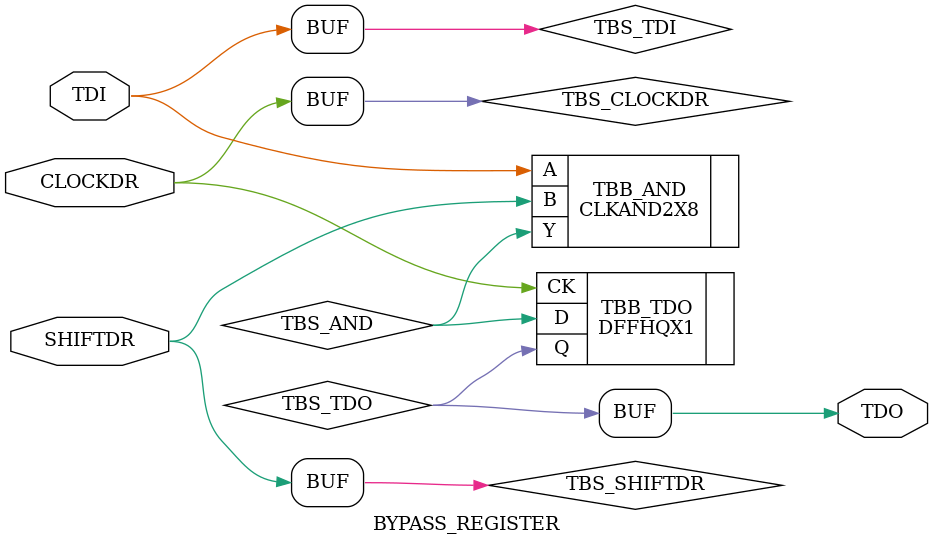
<source format=v>

module DLX_TOP(DLX_CHIPTOP_A, DLX_CHIPTOP_DATA, DLX_CHIPTOP_SRAM_ADDR, DLX_CHIPTOP_WIDTH, 
               DLX_CHIPTOP_TEST_ENABLE, DLX_CHIPTOP_TEST_CLOCK, DLX_CHIPTOP_TDI, 
               DLX_CHIPTOP_TCK, DLX_CHIPTOP_TMS, DLX_CHIPTOP_TRST, DLX_CHIPTOP_SE, 
               DLX_CHIPTOP_RESET, DLX_CHIPTOP_RESET2, DLX_CHIPTOP_READY, DLX_CHIPTOP_SYS_CLK, 
               DLX_CHIPTOP_HALT, DLX_CHIPTOP_SRAM_RDWT, DLX_CHIPTOP_WRITE_ENABLE, 
               DLX_CHIPTOP_IFETCH, DLX_CHIPTOP_MEM_ENABLE, DLX_CHIPTOP_TDO);

// Port declarations
   output [31:0] DLX_CHIPTOP_A;
   inout  [31:0] DLX_CHIPTOP_DATA;
   output [5:0] DLX_CHIPTOP_SRAM_ADDR;
   output [1:0] DLX_CHIPTOP_WIDTH;
   input  DLX_CHIPTOP_TEST_ENABLE;
   input  DLX_CHIPTOP_TEST_CLOCK;
   input  DLX_CHIPTOP_TDI;
   input  DLX_CHIPTOP_TCK;
   input  DLX_CHIPTOP_TMS;
   input  DLX_CHIPTOP_TRST;
   input  DLX_CHIPTOP_SE;
   input  DLX_CHIPTOP_RESET;
   input  DLX_CHIPTOP_RESET2;
   input  DLX_CHIPTOP_READY;
   input  DLX_CHIPTOP_SYS_CLK;
   output DLX_CHIPTOP_HALT;
   output DLX_CHIPTOP_SRAM_RDWT;
   output DLX_CHIPTOP_WRITE_ENABLE;
   output DLX_CHIPTOP_IFETCH;
   output DLX_CHIPTOP_MEM_ENABLE;
   inout  DLX_CHIPTOP_TDO;

// Internal net declarations
   wire [15:0] DDO_SIOM_BIDIR_SI_DLX_CHIPTOP_DATA;
   wire [31:16] DDO_SIOM_BIDIR_SO_DLX_CHIPTOP_DATA;
   wire [31:0] DRV_DLX_CHIPTOP_A;
   wire [5:0] DRV_DLX_CHIPTOP_SRAM_ADDR;
   wire [1:0] DRV_DLX_CHIPTOP_WIDTH;
   wire [15:0] EDON_SIOM_BIDIR_SI_DLX_CHIPTOP_DATA;
   wire [31:16] EDON_SIOM_BIDIR_SO_DLX_CHIPTOP_DATA;
   wire [31:0] I_CORE_DATA;
   wire [31:0] O_CORE_DATA;
   wire [15:0] RDI_SIOM_BIDIR_SI_DLX_CHIPTOP_DATA;
   wire [31:16] RDI_SIOM_BIDIR_SO_DLX_CHIPTOP_DATA;
   wire [15:0] SCAN_IN;
   wire [15:0] SCAN_OUT;
   wire DRV_DLX_CHIPTOP_HALT;
   wire DRV_DLX_CHIPTOP_SRAM_RDWT;
   wire DRV_DLX_CHIPTOP_WRITE_ENABLE;
   wire DRV_DLX_CHIPTOP_IFETCH;
   wire DRV_DLX_CHIPTOP_MEM_ENABLE;
   wire VDD;
   wire O_CORE_BIDIR_ENABLE;
   wire I_CORE_RESET2;
   wire TEST_ENABLE;
   wire TEST_CLOCK;
   wire PAD_DATA_DLX_CHIPTOP_TDI;
   wire PAD_DATA_DLX_CHIPTOP_TCK;
   wire PAD_DATA_DLX_CHIPTOP_TMS;
   wire PAD_DATA_DLX_CHIPTOP_TRST;
   wire SCAN_ENABLE;
   wire I_CORE_RESET1;
   wire PAD_DATA_DLX_CHIPTOP_RESET2;
   wire I_CORE_READY;
   wire I_CORE_SYS_CLK;
   wire JTAG_TRST;
   wire JTAG_TMS;
   wire JTAG_TCK;
   wire JTAG_TDI;
   wire TEST_CLOCK_N1;
   wire ENABLE;
   wire \O_CORE_DATA[0]_N2 ;
   wire \I_CORE_DATA[0]_N3 ;
   wire TBB_BSC_MERGED_82_IOEN;
   wire \O_CORE_DATA[1]_N4 ;
   wire \I_CORE_DATA[1]_N5 ;
   wire \O_CORE_DATA[2]_N6 ;
   wire \I_CORE_DATA[2]_N7 ;
   wire \O_CORE_DATA[3]_N8 ;
   wire \I_CORE_DATA[3]_N9 ;
   wire \O_CORE_DATA[4]_N10 ;
   wire \I_CORE_DATA[4]_N11 ;
   wire \O_CORE_DATA[5]_N12 ;
   wire \I_CORE_DATA[5]_N13 ;
   wire \O_CORE_DATA[6]_N14 ;
   wire \I_CORE_DATA[6]_N15 ;
   wire \O_CORE_DATA[7]_N16 ;
   wire \I_CORE_DATA[7]_N17 ;
   wire \O_CORE_DATA[8]_N18 ;
   wire \I_CORE_DATA[8]_N19 ;
   wire \O_CORE_DATA[9]_N20 ;
   wire \I_CORE_DATA[9]_N21 ;
   wire \O_CORE_DATA[10]_N22 ;
   wire \I_CORE_DATA[10]_N23 ;
   wire \O_CORE_DATA[11]_N24 ;
   wire \I_CORE_DATA[11]_N25 ;
   wire \O_CORE_DATA[12]_N26 ;
   wire \I_CORE_DATA[12]_N27 ;
   wire \O_CORE_DATA[13]_N28 ;
   wire \I_CORE_DATA[13]_N29 ;
   wire \O_CORE_DATA[14]_N30 ;
   wire \I_CORE_DATA[14]_N31 ;
   wire \O_CORE_DATA[15]_N32 ;
   wire \I_CORE_DATA[15]_N33 ;
   wire \O_CORE_DATA[16]_N34 ;
   wire \I_CORE_DATA[16]_N35 ;
   wire \O_CORE_DATA[17]_N36 ;
   wire \I_CORE_DATA[17]_N37 ;
   wire \O_CORE_DATA[18]_N38 ;
   wire \I_CORE_DATA[18]_N39 ;
   wire \O_CORE_DATA[19]_N40 ;
   wire \I_CORE_DATA[19]_N41 ;
   wire \O_CORE_DATA[20]_N42 ;
   wire \I_CORE_DATA[20]_N43 ;
   wire \O_CORE_DATA[21]_N44 ;
   wire \I_CORE_DATA[21]_N45 ;
   wire \O_CORE_DATA[22]_N46 ;
   wire \I_CORE_DATA[22]_N47 ;
   wire \O_CORE_DATA[23]_N48 ;
   wire \I_CORE_DATA[23]_N49 ;
   wire \O_CORE_DATA[24]_N50 ;
   wire \I_CORE_DATA[24]_N51 ;
   wire \O_CORE_DATA[25]_N52 ;
   wire \I_CORE_DATA[25]_N53 ;
   wire \O_CORE_DATA[26]_N54 ;
   wire \I_CORE_DATA[26]_N55 ;
   wire \O_CORE_DATA[27]_N56 ;
   wire \I_CORE_DATA[27]_N57 ;
   wire \O_CORE_DATA[28]_N58 ;
   wire \I_CORE_DATA[28]_N59 ;
   wire \O_CORE_DATA[29]_N60 ;
   wire \I_CORE_DATA[29]_N61 ;
   wire \O_CORE_DATA[30]_N62 ;
   wire \I_CORE_DATA[30]_N63 ;
   wire \O_CORE_DATA[31]_N64 ;
   wire \I_CORE_DATA[31]_N65 ;
   wire I_CORE_RESET1_N66;
   wire I_CORE_RESET2_N67;
   wire I_CORE_READY_N68;
   wire I_CORE_SYS_CLK_N69;
   wire DRV_DLX_CHIPTOP_HALT_N70;
   wire \DRV_DLX_CHIPTOP_A[0]_N71 ;
   wire \DRV_DLX_CHIPTOP_A[1]_N72 ;
   wire \DRV_DLX_CHIPTOP_A[2]_N73 ;
   wire \DRV_DLX_CHIPTOP_A[3]_N74 ;
   wire \DRV_DLX_CHIPTOP_A[4]_N75 ;
   wire \DRV_DLX_CHIPTOP_A[5]_N76 ;
   wire \DRV_DLX_CHIPTOP_A[6]_N77 ;
   wire \DRV_DLX_CHIPTOP_A[7]_N78 ;
   wire \DRV_DLX_CHIPTOP_A[8]_N79 ;
   wire \DRV_DLX_CHIPTOP_A[9]_N80 ;
   wire \DRV_DLX_CHIPTOP_A[10]_N81 ;
   wire \DRV_DLX_CHIPTOP_A[11]_N82 ;
   wire \DRV_DLX_CHIPTOP_A[12]_N83 ;
   wire \DRV_DLX_CHIPTOP_A[13]_N84 ;
   wire \DRV_DLX_CHIPTOP_A[14]_N85 ;
   wire \DRV_DLX_CHIPTOP_A[15]_N86 ;
   wire \DRV_DLX_CHIPTOP_A[16]_N87 ;
   wire \DRV_DLX_CHIPTOP_A[17]_N88 ;
   wire \DRV_DLX_CHIPTOP_A[18]_N89 ;
   wire \DRV_DLX_CHIPTOP_A[19]_N90 ;
   wire \DRV_DLX_CHIPTOP_A[20]_N91 ;
   wire \DRV_DLX_CHIPTOP_A[21]_N92 ;
   wire \DRV_DLX_CHIPTOP_A[22]_N93 ;
   wire \DRV_DLX_CHIPTOP_A[23]_N94 ;
   wire \DRV_DLX_CHIPTOP_A[24]_N95 ;
   wire \DRV_DLX_CHIPTOP_A[25]_N96 ;
   wire \DRV_DLX_CHIPTOP_A[26]_N97 ;
   wire \DRV_DLX_CHIPTOP_A[27]_N98 ;
   wire \DRV_DLX_CHIPTOP_A[28]_N99 ;
   wire \DRV_DLX_CHIPTOP_A[29]_N100 ;
   wire \DRV_DLX_CHIPTOP_A[30]_N101 ;
   wire \DRV_DLX_CHIPTOP_A[31]_N102 ;
   wire \DRV_DLX_CHIPTOP_SRAM_ADDR[0]_N103 ;
   wire \DRV_DLX_CHIPTOP_SRAM_ADDR[1]_N104 ;
   wire \DRV_DLX_CHIPTOP_SRAM_ADDR[2]_N105 ;
   wire \DRV_DLX_CHIPTOP_SRAM_ADDR[3]_N106 ;
   wire \DRV_DLX_CHIPTOP_SRAM_ADDR[4]_N107 ;
   wire \DRV_DLX_CHIPTOP_SRAM_ADDR[5]_N108 ;
   wire DRV_DLX_CHIPTOP_SRAM_RDWT_N109;
   wire \DRV_DLX_CHIPTOP_WIDTH[0]_N110 ;
   wire \DRV_DLX_CHIPTOP_WIDTH[1]_N111 ;
   wire DRV_DLX_CHIPTOP_WRITE_ENABLE_N112;
   wire DRV_DLX_CHIPTOP_IFETCH_N113;
   wire DRV_DLX_CHIPTOP_MEM_ENABLE_N114;
   wire NetBScanOut;
   wire ISCAN_NET_1;
   wire ISCAN_NET_2;
   wire ISCAN_NET_3;
   wire ISCAN_NET_4;
   wire ISCAN_NET_5;
   wire ISCAN_NET_6;
   wire ISCAN_NET_7;
   wire ISCAN_NET_8;
   wire ISCAN_NET_9;
   wire ISCAN_NET_10;
   wire ISCAN_NET_11;
   wire ISCAN_NET_12;
   wire ISCAN_NET_13;
   wire ISCAN_NET_14;
   wire ISCAN_NET_15;
   wire ISCAN_NET_16;
   wire ISCAN_NET_17;
   wire ISCAN_NET_18;
   wire ISCAN_NET_19;
   wire ISCAN_NET_20;
   wire ISCAN_NET_21;
   wire ISCAN_NET_22;
   wire ISCAN_NET_23;
   wire ISCAN_NET_24;
   wire ISCAN_NET_25;
   wire ISCAN_NET_26;
   wire ISCAN_NET_27;
   wire ISCAN_NET_28;
   wire ISCAN_NET_29;
   wire ISCAN_NET_30;
   wire ISCAN_NET_31;
   wire ISCAN_NET_32;
   wire ISCAN_NET_33;
   wire ISCAN_NET_34;
   wire ISCAN_NET_35;
   wire ISCAN_NET_36;
   wire ISCAN_NET_37;
   wire ISCAN_NET_38;
   wire ISCAN_NET_39;
   wire ISCAN_NET_40;
   wire ISCAN_NET_41;
   wire ISCAN_NET_42;
   wire ISCAN_NET_43;
   wire ISCAN_NET_44;
   wire ISCAN_NET_45;
   wire ISCAN_NET_46;
   wire ISCAN_NET_47;
   wire ISCAN_NET_48;
   wire ISCAN_NET_49;
   wire ISCAN_NET_50;
   wire ISCAN_NET_51;
   wire ISCAN_NET_52;
   wire ISCAN_NET_53;
   wire ISCAN_NET_54;
   wire ISCAN_NET_55;
   wire ISCAN_NET_56;
   wire ISCAN_NET_57;
   wire ISCAN_NET_58;
   wire ISCAN_NET_59;
   wire ISCAN_NET_60;
   wire ISCAN_NET_61;
   wire ISCAN_NET_62;
   wire ISCAN_NET_63;
   wire ISCAN_NET_64;
   wire ISCAN_NET_65;
   wire ISCAN_NET_66;
   wire ISCAN_NET_67;
   wire ISCAN_NET_68;
   wire ISCAN_NET_69;
   wire ISCAN_NET_70;
   wire ISCAN_NET_71;
   wire ISCAN_NET_72;
   wire ISCAN_NET_73;
   wire ISCAN_NET_74;
   wire ISCAN_NET_75;
   wire ISCAN_NET_76;
   wire ISCAN_NET_77;
   wire ISCAN_NET_78;
   wire ISCAN_NET_79;
   wire ISCAN_NET_80;
   wire ISCAN_NET_81;
   wire ISCAN_NET_82;
   wire TAP_CONTROLLER_ENABLE;
   wire JTAG_SHIFTDR;
   wire JTAG_UPDATEDR;
   wire INSTRUCTION_DECODE_MODE_0;
   wire INSTRUCTION_DECODE_MODE_1;
   wire INSTRUCTION_DECODE_MODE_2;
   wire INSTRUCTION_DECODE_MODE_3;
   wire JTAG_NET_BOUNDARY_CLOCKDR;
   wire JTAG_TDO;
   wire PAD_DLX_CHIPTOP_TDO_EN;

// Module body
   assign VDD = 1'b1;


   DLX_CORE DLX_CORE(
       .I_CORE_DATA({\I_CORE_DATA[31]_N65 , \I_CORE_DATA[30]_N63 , \I_CORE_DATA[29]_N61 , 
       \I_CORE_DATA[28]_N59 , \I_CORE_DATA[27]_N57 , \I_CORE_DATA[26]_N55 , \I_CORE_DATA[25]_N53 , 
       \I_CORE_DATA[24]_N51 , \I_CORE_DATA[23]_N49 , \I_CORE_DATA[22]_N47 , \I_CORE_DATA[21]_N45 , 
       \I_CORE_DATA[20]_N43 , \I_CORE_DATA[19]_N41 , \I_CORE_DATA[18]_N39 , \I_CORE_DATA[17]_N37 , 
       \I_CORE_DATA[16]_N35 , \I_CORE_DATA[15]_N33 , \I_CORE_DATA[14]_N31 , \I_CORE_DATA[13]_N29 , 
       \I_CORE_DATA[12]_N27 , \I_CORE_DATA[11]_N25 , \I_CORE_DATA[10]_N23 , \I_CORE_DATA[9]_N21 , 
       \I_CORE_DATA[8]_N19 , \I_CORE_DATA[7]_N17 , \I_CORE_DATA[6]_N15 , \I_CORE_DATA[5]_N13 , 
       \I_CORE_DATA[4]_N11 , \I_CORE_DATA[3]_N9 , \I_CORE_DATA[2]_N7 , \I_CORE_DATA[1]_N5 , 
       \I_CORE_DATA[0]_N3 }),
       .O_CORE_A(DRV_DLX_CHIPTOP_A[31:0]),
       .O_CORE_DATA(O_CORE_DATA[31:0]),
       .O_CORE_SRAM_ADDR(DRV_DLX_CHIPTOP_SRAM_ADDR[5:0]),
       .O_CORE_WIDTH(DRV_DLX_CHIPTOP_WIDTH[1:0]),
       .SCAN_IN(SCAN_IN[15:0]),
       .SCAN_OUT(SCAN_OUT[15:0]),
       .TEST_CLOCK(TEST_CLOCK_N1),
       .I_CORE_RESET1(I_CORE_RESET1_N66),
       .I_CORE_RESET2(I_CORE_RESET2_N67),
       .I_CORE_READY(I_CORE_READY_N68),
       .I_CORE_SYS_CLK(I_CORE_SYS_CLK_N69),
       .TEST_ENABLE(TEST_ENABLE),
       .SCAN_ENABLE(SCAN_ENABLE),
       .O_CORE_BIDIR_ENABLE(O_CORE_BIDIR_ENABLE),
       .O_CORE_HALT(DRV_DLX_CHIPTOP_HALT),
       .O_CORE_SRAM_RDWT(DRV_DLX_CHIPTOP_SRAM_RDWT),
       .O_CORE_WRITE_ENABLE(DRV_DLX_CHIPTOP_WRITE_ENABLE),
       .O_CORE_IFETCH(DRV_DLX_CHIPTOP_IFETCH),
       .O_CORE_MEM_ENABLE(DRV_DLX_CHIPTOP_MEM_ENABLE)
   );

   SIOM_BIDIR_SI \SIOM_BIDIR_SI_DLX_CHIPTOP_DATA[0] (
       .SE(SCAN_ENABLE),
       .EDI(TBB_BSC_MERGED_82_IOEN),
       .DDI(\O_CORE_DATA[0]_N2 ),
       .RDI(RDI_SIOM_BIDIR_SI_DLX_CHIPTOP_DATA[0]),
       .EDO(),
       .EDON(EDON_SIOM_BIDIR_SI_DLX_CHIPTOP_DATA[0]),
       .DDO(DDO_SIOM_BIDIR_SI_DLX_CHIPTOP_DATA[0]),
       .RDO(I_CORE_DATA[0]),
       .RSI(SCAN_IN[0])
   );

   SIOM_BIDIR_SI \SIOM_BIDIR_SI_DLX_CHIPTOP_DATA[1] (
       .SE(SCAN_ENABLE),
       .EDI(TBB_BSC_MERGED_82_IOEN),
       .DDI(\O_CORE_DATA[1]_N4 ),
       .RDI(RDI_SIOM_BIDIR_SI_DLX_CHIPTOP_DATA[1]),
       .EDO(),
       .EDON(EDON_SIOM_BIDIR_SI_DLX_CHIPTOP_DATA[1]),
       .DDO(DDO_SIOM_BIDIR_SI_DLX_CHIPTOP_DATA[1]),
       .RDO(I_CORE_DATA[1]),
       .RSI(SCAN_IN[1])
   );

   SIOM_BIDIR_SI \SIOM_BIDIR_SI_DLX_CHIPTOP_DATA[2] (
       .SE(SCAN_ENABLE),
       .EDI(TBB_BSC_MERGED_82_IOEN),
       .DDI(\O_CORE_DATA[2]_N6 ),
       .RDI(RDI_SIOM_BIDIR_SI_DLX_CHIPTOP_DATA[2]),
       .EDO(),
       .EDON(EDON_SIOM_BIDIR_SI_DLX_CHIPTOP_DATA[2]),
       .DDO(DDO_SIOM_BIDIR_SI_DLX_CHIPTOP_DATA[2]),
       .RDO(I_CORE_DATA[2]),
       .RSI(SCAN_IN[2])
   );

   SIOM_BIDIR_SI \SIOM_BIDIR_SI_DLX_CHIPTOP_DATA[3] (
       .SE(SCAN_ENABLE),
       .EDI(TBB_BSC_MERGED_82_IOEN),
       .DDI(\O_CORE_DATA[3]_N8 ),
       .RDI(RDI_SIOM_BIDIR_SI_DLX_CHIPTOP_DATA[3]),
       .EDO(),
       .EDON(EDON_SIOM_BIDIR_SI_DLX_CHIPTOP_DATA[3]),
       .DDO(DDO_SIOM_BIDIR_SI_DLX_CHIPTOP_DATA[3]),
       .RDO(I_CORE_DATA[3]),
       .RSI(SCAN_IN[3])
   );

   SIOM_BIDIR_SI \SIOM_BIDIR_SI_DLX_CHIPTOP_DATA[4] (
       .SE(SCAN_ENABLE),
       .EDI(TBB_BSC_MERGED_82_IOEN),
       .DDI(\O_CORE_DATA[4]_N10 ),
       .RDI(RDI_SIOM_BIDIR_SI_DLX_CHIPTOP_DATA[4]),
       .EDO(),
       .EDON(EDON_SIOM_BIDIR_SI_DLX_CHIPTOP_DATA[4]),
       .DDO(DDO_SIOM_BIDIR_SI_DLX_CHIPTOP_DATA[4]),
       .RDO(I_CORE_DATA[4]),
       .RSI(SCAN_IN[4])
   );

   SIOM_BIDIR_SI \SIOM_BIDIR_SI_DLX_CHIPTOP_DATA[5] (
       .SE(SCAN_ENABLE),
       .EDI(TBB_BSC_MERGED_82_IOEN),
       .DDI(\O_CORE_DATA[5]_N12 ),
       .RDI(RDI_SIOM_BIDIR_SI_DLX_CHIPTOP_DATA[5]),
       .EDO(),
       .EDON(EDON_SIOM_BIDIR_SI_DLX_CHIPTOP_DATA[5]),
       .DDO(DDO_SIOM_BIDIR_SI_DLX_CHIPTOP_DATA[5]),
       .RDO(I_CORE_DATA[5]),
       .RSI(SCAN_IN[5])
   );

   SIOM_BIDIR_SI \SIOM_BIDIR_SI_DLX_CHIPTOP_DATA[6] (
       .SE(SCAN_ENABLE),
       .EDI(TBB_BSC_MERGED_82_IOEN),
       .DDI(\O_CORE_DATA[6]_N14 ),
       .RDI(RDI_SIOM_BIDIR_SI_DLX_CHIPTOP_DATA[6]),
       .EDO(),
       .EDON(EDON_SIOM_BIDIR_SI_DLX_CHIPTOP_DATA[6]),
       .DDO(DDO_SIOM_BIDIR_SI_DLX_CHIPTOP_DATA[6]),
       .RDO(I_CORE_DATA[6]),
       .RSI(SCAN_IN[6])
   );

   SIOM_BIDIR_SI \SIOM_BIDIR_SI_DLX_CHIPTOP_DATA[7] (
       .SE(SCAN_ENABLE),
       .EDI(TBB_BSC_MERGED_82_IOEN),
       .DDI(\O_CORE_DATA[7]_N16 ),
       .RDI(RDI_SIOM_BIDIR_SI_DLX_CHIPTOP_DATA[7]),
       .EDO(),
       .EDON(EDON_SIOM_BIDIR_SI_DLX_CHIPTOP_DATA[7]),
       .DDO(DDO_SIOM_BIDIR_SI_DLX_CHIPTOP_DATA[7]),
       .RDO(I_CORE_DATA[7]),
       .RSI(SCAN_IN[7])
   );

   SIOM_BIDIR_SI \SIOM_BIDIR_SI_DLX_CHIPTOP_DATA[8] (
       .SE(SCAN_ENABLE),
       .EDI(TBB_BSC_MERGED_82_IOEN),
       .DDI(\O_CORE_DATA[8]_N18 ),
       .RDI(RDI_SIOM_BIDIR_SI_DLX_CHIPTOP_DATA[8]),
       .EDO(),
       .EDON(EDON_SIOM_BIDIR_SI_DLX_CHIPTOP_DATA[8]),
       .DDO(DDO_SIOM_BIDIR_SI_DLX_CHIPTOP_DATA[8]),
       .RDO(I_CORE_DATA[8]),
       .RSI(SCAN_IN[8])
   );

   SIOM_BIDIR_SI \SIOM_BIDIR_SI_DLX_CHIPTOP_DATA[9] (
       .SE(SCAN_ENABLE),
       .EDI(TBB_BSC_MERGED_82_IOEN),
       .DDI(\O_CORE_DATA[9]_N20 ),
       .RDI(RDI_SIOM_BIDIR_SI_DLX_CHIPTOP_DATA[9]),
       .EDO(),
       .EDON(EDON_SIOM_BIDIR_SI_DLX_CHIPTOP_DATA[9]),
       .DDO(DDO_SIOM_BIDIR_SI_DLX_CHIPTOP_DATA[9]),
       .RDO(I_CORE_DATA[9]),
       .RSI(SCAN_IN[9])
   );

   SIOM_BIDIR_SI \SIOM_BIDIR_SI_DLX_CHIPTOP_DATA[10] (
       .SE(SCAN_ENABLE),
       .EDI(TBB_BSC_MERGED_82_IOEN),
       .DDI(\O_CORE_DATA[10]_N22 ),
       .RDI(RDI_SIOM_BIDIR_SI_DLX_CHIPTOP_DATA[10]),
       .EDO(),
       .EDON(EDON_SIOM_BIDIR_SI_DLX_CHIPTOP_DATA[10]),
       .DDO(DDO_SIOM_BIDIR_SI_DLX_CHIPTOP_DATA[10]),
       .RDO(I_CORE_DATA[10]),
       .RSI(SCAN_IN[10])
   );

   SIOM_BIDIR_SI \SIOM_BIDIR_SI_DLX_CHIPTOP_DATA[11] (
       .SE(SCAN_ENABLE),
       .EDI(TBB_BSC_MERGED_82_IOEN),
       .DDI(\O_CORE_DATA[11]_N24 ),
       .RDI(RDI_SIOM_BIDIR_SI_DLX_CHIPTOP_DATA[11]),
       .EDO(),
       .EDON(EDON_SIOM_BIDIR_SI_DLX_CHIPTOP_DATA[11]),
       .DDO(DDO_SIOM_BIDIR_SI_DLX_CHIPTOP_DATA[11]),
       .RDO(I_CORE_DATA[11]),
       .RSI(SCAN_IN[11])
   );

   SIOM_BIDIR_SI \SIOM_BIDIR_SI_DLX_CHIPTOP_DATA[12] (
       .SE(SCAN_ENABLE),
       .EDI(TBB_BSC_MERGED_82_IOEN),
       .DDI(\O_CORE_DATA[12]_N26 ),
       .RDI(RDI_SIOM_BIDIR_SI_DLX_CHIPTOP_DATA[12]),
       .EDO(),
       .EDON(EDON_SIOM_BIDIR_SI_DLX_CHIPTOP_DATA[12]),
       .DDO(DDO_SIOM_BIDIR_SI_DLX_CHIPTOP_DATA[12]),
       .RDO(I_CORE_DATA[12]),
       .RSI(SCAN_IN[12])
   );

   SIOM_BIDIR_SI \SIOM_BIDIR_SI_DLX_CHIPTOP_DATA[13] (
       .SE(SCAN_ENABLE),
       .EDI(TBB_BSC_MERGED_82_IOEN),
       .DDI(\O_CORE_DATA[13]_N28 ),
       .RDI(RDI_SIOM_BIDIR_SI_DLX_CHIPTOP_DATA[13]),
       .EDO(),
       .EDON(EDON_SIOM_BIDIR_SI_DLX_CHIPTOP_DATA[13]),
       .DDO(DDO_SIOM_BIDIR_SI_DLX_CHIPTOP_DATA[13]),
       .RDO(I_CORE_DATA[13]),
       .RSI(SCAN_IN[13])
   );

   SIOM_BIDIR_SI \SIOM_BIDIR_SI_DLX_CHIPTOP_DATA[14] (
       .SE(SCAN_ENABLE),
       .EDI(TBB_BSC_MERGED_82_IOEN),
       .DDI(\O_CORE_DATA[14]_N30 ),
       .RDI(RDI_SIOM_BIDIR_SI_DLX_CHIPTOP_DATA[14]),
       .EDO(),
       .EDON(EDON_SIOM_BIDIR_SI_DLX_CHIPTOP_DATA[14]),
       .DDO(DDO_SIOM_BIDIR_SI_DLX_CHIPTOP_DATA[14]),
       .RDO(I_CORE_DATA[14]),
       .RSI(SCAN_IN[14])
   );

   SIOM_BIDIR_SI \SIOM_BIDIR_SI_DLX_CHIPTOP_DATA[15] (
       .SE(SCAN_ENABLE),
       .EDI(TBB_BSC_MERGED_82_IOEN),
       .DDI(\O_CORE_DATA[15]_N32 ),
       .RDI(RDI_SIOM_BIDIR_SI_DLX_CHIPTOP_DATA[15]),
       .EDO(),
       .EDON(EDON_SIOM_BIDIR_SI_DLX_CHIPTOP_DATA[15]),
       .DDO(DDO_SIOM_BIDIR_SI_DLX_CHIPTOP_DATA[15]),
       .RDO(I_CORE_DATA[15]),
       .RSI(SCAN_IN[15])
   );

   SIOM_BIDIR_SO \SIOM_BIDIR_SO_DLX_CHIPTOP_DATA[16] (
       .DDI(\O_CORE_DATA[16]_N34 ),
       .SO(SCAN_OUT[0]),
       .SE(SCAN_ENABLE),
       .EDI(TBB_BSC_MERGED_82_IOEN),
       .RDI(RDI_SIOM_BIDIR_SO_DLX_CHIPTOP_DATA[16]),
       .DDO(DDO_SIOM_BIDIR_SO_DLX_CHIPTOP_DATA[16]),
       .EDO(),
       .EDON(EDON_SIOM_BIDIR_SO_DLX_CHIPTOP_DATA[16]),
       .RDO(I_CORE_DATA[16])
   );

   SIOM_BIDIR_SO \SIOM_BIDIR_SO_DLX_CHIPTOP_DATA[17] (
       .DDI(\O_CORE_DATA[17]_N36 ),
       .SO(SCAN_OUT[1]),
       .SE(SCAN_ENABLE),
       .EDI(TBB_BSC_MERGED_82_IOEN),
       .RDI(RDI_SIOM_BIDIR_SO_DLX_CHIPTOP_DATA[17]),
       .DDO(DDO_SIOM_BIDIR_SO_DLX_CHIPTOP_DATA[17]),
       .EDO(),
       .EDON(EDON_SIOM_BIDIR_SO_DLX_CHIPTOP_DATA[17]),
       .RDO(I_CORE_DATA[17])
   );

   SIOM_BIDIR_SO \SIOM_BIDIR_SO_DLX_CHIPTOP_DATA[18] (
       .DDI(\O_CORE_DATA[18]_N38 ),
       .SO(SCAN_OUT[2]),
       .SE(SCAN_ENABLE),
       .EDI(TBB_BSC_MERGED_82_IOEN),
       .RDI(RDI_SIOM_BIDIR_SO_DLX_CHIPTOP_DATA[18]),
       .DDO(DDO_SIOM_BIDIR_SO_DLX_CHIPTOP_DATA[18]),
       .EDO(),
       .EDON(EDON_SIOM_BIDIR_SO_DLX_CHIPTOP_DATA[18]),
       .RDO(I_CORE_DATA[18])
   );

   SIOM_BIDIR_SO \SIOM_BIDIR_SO_DLX_CHIPTOP_DATA[19] (
       .DDI(\O_CORE_DATA[19]_N40 ),
       .SO(SCAN_OUT[3]),
       .SE(SCAN_ENABLE),
       .EDI(TBB_BSC_MERGED_82_IOEN),
       .RDI(RDI_SIOM_BIDIR_SO_DLX_CHIPTOP_DATA[19]),
       .DDO(DDO_SIOM_BIDIR_SO_DLX_CHIPTOP_DATA[19]),
       .EDO(),
       .EDON(EDON_SIOM_BIDIR_SO_DLX_CHIPTOP_DATA[19]),
       .RDO(I_CORE_DATA[19])
   );

   SIOM_BIDIR_SO \SIOM_BIDIR_SO_DLX_CHIPTOP_DATA[20] (
       .DDI(\O_CORE_DATA[20]_N42 ),
       .SO(SCAN_OUT[4]),
       .SE(SCAN_ENABLE),
       .EDI(TBB_BSC_MERGED_82_IOEN),
       .RDI(RDI_SIOM_BIDIR_SO_DLX_CHIPTOP_DATA[20]),
       .DDO(DDO_SIOM_BIDIR_SO_DLX_CHIPTOP_DATA[20]),
       .EDO(),
       .EDON(EDON_SIOM_BIDIR_SO_DLX_CHIPTOP_DATA[20]),
       .RDO(I_CORE_DATA[20])
   );

   SIOM_BIDIR_SO \SIOM_BIDIR_SO_DLX_CHIPTOP_DATA[21] (
       .DDI(\O_CORE_DATA[21]_N44 ),
       .SO(SCAN_OUT[5]),
       .SE(SCAN_ENABLE),
       .EDI(TBB_BSC_MERGED_82_IOEN),
       .RDI(RDI_SIOM_BIDIR_SO_DLX_CHIPTOP_DATA[21]),
       .DDO(DDO_SIOM_BIDIR_SO_DLX_CHIPTOP_DATA[21]),
       .EDO(),
       .EDON(EDON_SIOM_BIDIR_SO_DLX_CHIPTOP_DATA[21]),
       .RDO(I_CORE_DATA[21])
   );

   SIOM_BIDIR_SO \SIOM_BIDIR_SO_DLX_CHIPTOP_DATA[22] (
       .DDI(\O_CORE_DATA[22]_N46 ),
       .SO(SCAN_OUT[6]),
       .SE(SCAN_ENABLE),
       .EDI(TBB_BSC_MERGED_82_IOEN),
       .RDI(RDI_SIOM_BIDIR_SO_DLX_CHIPTOP_DATA[22]),
       .DDO(DDO_SIOM_BIDIR_SO_DLX_CHIPTOP_DATA[22]),
       .EDO(),
       .EDON(EDON_SIOM_BIDIR_SO_DLX_CHIPTOP_DATA[22]),
       .RDO(I_CORE_DATA[22])
   );

   SIOM_BIDIR_SO \SIOM_BIDIR_SO_DLX_CHIPTOP_DATA[23] (
       .DDI(\O_CORE_DATA[23]_N48 ),
       .SO(SCAN_OUT[7]),
       .SE(SCAN_ENABLE),
       .EDI(TBB_BSC_MERGED_82_IOEN),
       .RDI(RDI_SIOM_BIDIR_SO_DLX_CHIPTOP_DATA[23]),
       .DDO(DDO_SIOM_BIDIR_SO_DLX_CHIPTOP_DATA[23]),
       .EDO(),
       .EDON(EDON_SIOM_BIDIR_SO_DLX_CHIPTOP_DATA[23]),
       .RDO(I_CORE_DATA[23])
   );

   SIOM_BIDIR_SO \SIOM_BIDIR_SO_DLX_CHIPTOP_DATA[24] (
       .DDI(\O_CORE_DATA[24]_N50 ),
       .SO(SCAN_OUT[8]),
       .SE(SCAN_ENABLE),
       .EDI(TBB_BSC_MERGED_82_IOEN),
       .RDI(RDI_SIOM_BIDIR_SO_DLX_CHIPTOP_DATA[24]),
       .DDO(DDO_SIOM_BIDIR_SO_DLX_CHIPTOP_DATA[24]),
       .EDO(),
       .EDON(EDON_SIOM_BIDIR_SO_DLX_CHIPTOP_DATA[24]),
       .RDO(I_CORE_DATA[24])
   );

   SIOM_BIDIR_SO \SIOM_BIDIR_SO_DLX_CHIPTOP_DATA[25] (
       .DDI(\O_CORE_DATA[25]_N52 ),
       .SO(SCAN_OUT[9]),
       .SE(SCAN_ENABLE),
       .EDI(TBB_BSC_MERGED_82_IOEN),
       .RDI(RDI_SIOM_BIDIR_SO_DLX_CHIPTOP_DATA[25]),
       .DDO(DDO_SIOM_BIDIR_SO_DLX_CHIPTOP_DATA[25]),
       .EDO(),
       .EDON(EDON_SIOM_BIDIR_SO_DLX_CHIPTOP_DATA[25]),
       .RDO(I_CORE_DATA[25])
   );

   SIOM_BIDIR_SO \SIOM_BIDIR_SO_DLX_CHIPTOP_DATA[26] (
       .DDI(\O_CORE_DATA[26]_N54 ),
       .SO(SCAN_OUT[10]),
       .SE(SCAN_ENABLE),
       .EDI(TBB_BSC_MERGED_82_IOEN),
       .RDI(RDI_SIOM_BIDIR_SO_DLX_CHIPTOP_DATA[26]),
       .DDO(DDO_SIOM_BIDIR_SO_DLX_CHIPTOP_DATA[26]),
       .EDO(),
       .EDON(EDON_SIOM_BIDIR_SO_DLX_CHIPTOP_DATA[26]),
       .RDO(I_CORE_DATA[26])
   );

   SIOM_BIDIR_SO \SIOM_BIDIR_SO_DLX_CHIPTOP_DATA[27] (
       .DDI(\O_CORE_DATA[27]_N56 ),
       .SO(SCAN_OUT[11]),
       .SE(SCAN_ENABLE),
       .EDI(TBB_BSC_MERGED_82_IOEN),
       .RDI(RDI_SIOM_BIDIR_SO_DLX_CHIPTOP_DATA[27]),
       .DDO(DDO_SIOM_BIDIR_SO_DLX_CHIPTOP_DATA[27]),
       .EDO(),
       .EDON(EDON_SIOM_BIDIR_SO_DLX_CHIPTOP_DATA[27]),
       .RDO(I_CORE_DATA[27])
   );

   SIOM_BIDIR_SO \SIOM_BIDIR_SO_DLX_CHIPTOP_DATA[28] (
       .DDI(\O_CORE_DATA[28]_N58 ),
       .SO(SCAN_OUT[12]),
       .SE(SCAN_ENABLE),
       .EDI(TBB_BSC_MERGED_82_IOEN),
       .RDI(RDI_SIOM_BIDIR_SO_DLX_CHIPTOP_DATA[28]),
       .DDO(DDO_SIOM_BIDIR_SO_DLX_CHIPTOP_DATA[28]),
       .EDO(),
       .EDON(EDON_SIOM_BIDIR_SO_DLX_CHIPTOP_DATA[28]),
       .RDO(I_CORE_DATA[28])
   );

   SIOM_BIDIR_SO \SIOM_BIDIR_SO_DLX_CHIPTOP_DATA[29] (
       .DDI(\O_CORE_DATA[29]_N60 ),
       .SO(SCAN_OUT[13]),
       .SE(SCAN_ENABLE),
       .EDI(TBB_BSC_MERGED_82_IOEN),
       .RDI(RDI_SIOM_BIDIR_SO_DLX_CHIPTOP_DATA[29]),
       .DDO(DDO_SIOM_BIDIR_SO_DLX_CHIPTOP_DATA[29]),
       .EDO(),
       .EDON(EDON_SIOM_BIDIR_SO_DLX_CHIPTOP_DATA[29]),
       .RDO(I_CORE_DATA[29])
   );

   SIOM_BIDIR_SO \SIOM_BIDIR_SO_DLX_CHIPTOP_DATA[30] (
       .DDI(\O_CORE_DATA[30]_N62 ),
       .SO(SCAN_OUT[14]),
       .SE(SCAN_ENABLE),
       .EDI(TBB_BSC_MERGED_82_IOEN),
       .RDI(RDI_SIOM_BIDIR_SO_DLX_CHIPTOP_DATA[30]),
       .DDO(DDO_SIOM_BIDIR_SO_DLX_CHIPTOP_DATA[30]),
       .EDO(),
       .EDON(EDON_SIOM_BIDIR_SO_DLX_CHIPTOP_DATA[30]),
       .RDO(I_CORE_DATA[30])
   );

   SIOM_BIDIR_SO \SIOM_BIDIR_SO_DLX_CHIPTOP_DATA[31] (
       .DDI(\O_CORE_DATA[31]_N64 ),
       .SO(SCAN_OUT[15]),
       .SE(SCAN_ENABLE),
       .EDI(TBB_BSC_MERGED_82_IOEN),
       .RDI(RDI_SIOM_BIDIR_SO_DLX_CHIPTOP_DATA[31]),
       .DDO(DDO_SIOM_BIDIR_SO_DLX_CHIPTOP_DATA[31]),
       .EDO(),
       .EDON(EDON_SIOM_BIDIR_SO_DLX_CHIPTOP_DATA[31]),
       .RDO(I_CORE_DATA[31])
   );

   SIOM_INPUT_SI SIOM_INPUT_SI_DLX_CHIPTOP_RESET2(
       .RDI(PAD_DATA_DLX_CHIPTOP_RESET2),
       .RDO(I_CORE_RESET2),
       .RSI()
   );

   PADDI PAD_DLX_CHIPTOP_TEST_ENABLE(
       .PAD(DLX_CHIPTOP_TEST_ENABLE),
       .Y(TEST_ENABLE)
   );

   PADDI PAD_DLX_CHIPTOP_TEST_CLOCK(
       .PAD(DLX_CHIPTOP_TEST_CLOCK),
       .Y(TEST_CLOCK)
   );

   PADDI PAD_DLX_CHIPTOP_TDI(
       .PAD(DLX_CHIPTOP_TDI),
       .Y(PAD_DATA_DLX_CHIPTOP_TDI)
   );

   PADDI PAD_DLX_CHIPTOP_TCK(
       .PAD(DLX_CHIPTOP_TCK),
       .Y(PAD_DATA_DLX_CHIPTOP_TCK)
   );

   PADDI PAD_DLX_CHIPTOP_TMS(
       .PAD(DLX_CHIPTOP_TMS),
       .Y(PAD_DATA_DLX_CHIPTOP_TMS)
   );

   PADDI PAD_DLX_CHIPTOP_TRST(
       .PAD(DLX_CHIPTOP_TRST),
       .Y(PAD_DATA_DLX_CHIPTOP_TRST)
   );

   PADDI PAD_DLX_CHIPTOP_SE(
       .PAD(DLX_CHIPTOP_SE),
       .Y(SCAN_ENABLE)
   );

   PADDI PAD_DLX_CHIPTOP_RESET(
       .PAD(DLX_CHIPTOP_RESET),
       .Y(I_CORE_RESET1)
   );

   PADDI PAD_DLX_CHIPTOP_RESET2(
       .PAD(DLX_CHIPTOP_RESET2),
       .Y(PAD_DATA_DLX_CHIPTOP_RESET2)
   );

   PADDI PAD_DLX_CHIPTOP_READY(
       .PAD(DLX_CHIPTOP_READY),
       .Y(I_CORE_READY)
   );

   PADDI PAD_DLX_CHIPTOP_SYS_CLK(
       .PAD(DLX_CHIPTOP_SYS_CLK),
       .Y(I_CORE_SYS_CLK)
   );

   PADDO PAD_DLX_CHIPTOP_HALT(
       .A(DRV_DLX_CHIPTOP_HALT_N70),
       .PAD(DLX_CHIPTOP_HALT)
   );

   PADDO \PAD_DLX_CHIPTOP_A[0] (
       .A(\DRV_DLX_CHIPTOP_A[0]_N71 ),
       .PAD(DLX_CHIPTOP_A[0])
   );

   PADDO \PAD_DLX_CHIPTOP_A[1] (
       .A(\DRV_DLX_CHIPTOP_A[1]_N72 ),
       .PAD(DLX_CHIPTOP_A[1])
   );

   PADDO \PAD_DLX_CHIPTOP_A[2] (
       .A(\DRV_DLX_CHIPTOP_A[2]_N73 ),
       .PAD(DLX_CHIPTOP_A[2])
   );

   PADDO \PAD_DLX_CHIPTOP_A[3] (
       .A(\DRV_DLX_CHIPTOP_A[3]_N74 ),
       .PAD(DLX_CHIPTOP_A[3])
   );

   PADDO \PAD_DLX_CHIPTOP_A[4] (
       .A(\DRV_DLX_CHIPTOP_A[4]_N75 ),
       .PAD(DLX_CHIPTOP_A[4])
   );

   PADDO \PAD_DLX_CHIPTOP_A[5] (
       .A(\DRV_DLX_CHIPTOP_A[5]_N76 ),
       .PAD(DLX_CHIPTOP_A[5])
   );

   PADDO \PAD_DLX_CHIPTOP_A[6] (
       .A(\DRV_DLX_CHIPTOP_A[6]_N77 ),
       .PAD(DLX_CHIPTOP_A[6])
   );

   PADDO \PAD_DLX_CHIPTOP_A[7] (
       .A(\DRV_DLX_CHIPTOP_A[7]_N78 ),
       .PAD(DLX_CHIPTOP_A[7])
   );

   PADDO \PAD_DLX_CHIPTOP_A[8] (
       .A(\DRV_DLX_CHIPTOP_A[8]_N79 ),
       .PAD(DLX_CHIPTOP_A[8])
   );

   PADDO \PAD_DLX_CHIPTOP_A[9] (
       .A(\DRV_DLX_CHIPTOP_A[9]_N80 ),
       .PAD(DLX_CHIPTOP_A[9])
   );

   PADDO \PAD_DLX_CHIPTOP_A[10] (
       .A(\DRV_DLX_CHIPTOP_A[10]_N81 ),
       .PAD(DLX_CHIPTOP_A[10])
   );

   PADDO \PAD_DLX_CHIPTOP_A[11] (
       .A(\DRV_DLX_CHIPTOP_A[11]_N82 ),
       .PAD(DLX_CHIPTOP_A[11])
   );

   PADDO \PAD_DLX_CHIPTOP_A[12] (
       .A(\DRV_DLX_CHIPTOP_A[12]_N83 ),
       .PAD(DLX_CHIPTOP_A[12])
   );

   PADDO \PAD_DLX_CHIPTOP_A[13] (
       .A(\DRV_DLX_CHIPTOP_A[13]_N84 ),
       .PAD(DLX_CHIPTOP_A[13])
   );

   PADDO \PAD_DLX_CHIPTOP_A[14] (
       .A(\DRV_DLX_CHIPTOP_A[14]_N85 ),
       .PAD(DLX_CHIPTOP_A[14])
   );

   PADDO \PAD_DLX_CHIPTOP_A[15] (
       .A(\DRV_DLX_CHIPTOP_A[15]_N86 ),
       .PAD(DLX_CHIPTOP_A[15])
   );

   PADDO \PAD_DLX_CHIPTOP_A[16] (
       .A(\DRV_DLX_CHIPTOP_A[16]_N87 ),
       .PAD(DLX_CHIPTOP_A[16])
   );

   PADDO \PAD_DLX_CHIPTOP_A[17] (
       .A(\DRV_DLX_CHIPTOP_A[17]_N88 ),
       .PAD(DLX_CHIPTOP_A[17])
   );

   PADDO \PAD_DLX_CHIPTOP_A[18] (
       .A(\DRV_DLX_CHIPTOP_A[18]_N89 ),
       .PAD(DLX_CHIPTOP_A[18])
   );

   PADDO \PAD_DLX_CHIPTOP_A[19] (
       .A(\DRV_DLX_CHIPTOP_A[19]_N90 ),
       .PAD(DLX_CHIPTOP_A[19])
   );

   PADDO \PAD_DLX_CHIPTOP_A[20] (
       .A(\DRV_DLX_CHIPTOP_A[20]_N91 ),
       .PAD(DLX_CHIPTOP_A[20])
   );

   PADDO \PAD_DLX_CHIPTOP_A[21] (
       .A(\DRV_DLX_CHIPTOP_A[21]_N92 ),
       .PAD(DLX_CHIPTOP_A[21])
   );

   PADDO \PAD_DLX_CHIPTOP_A[22] (
       .A(\DRV_DLX_CHIPTOP_A[22]_N93 ),
       .PAD(DLX_CHIPTOP_A[22])
   );

   PADDO \PAD_DLX_CHIPTOP_A[23] (
       .A(\DRV_DLX_CHIPTOP_A[23]_N94 ),
       .PAD(DLX_CHIPTOP_A[23])
   );

   PADDO \PAD_DLX_CHIPTOP_A[24] (
       .A(\DRV_DLX_CHIPTOP_A[24]_N95 ),
       .PAD(DLX_CHIPTOP_A[24])
   );

   PADDO \PAD_DLX_CHIPTOP_A[25] (
       .A(\DRV_DLX_CHIPTOP_A[25]_N96 ),
       .PAD(DLX_CHIPTOP_A[25])
   );

   PADDO \PAD_DLX_CHIPTOP_A[26] (
       .A(\DRV_DLX_CHIPTOP_A[26]_N97 ),
       .PAD(DLX_CHIPTOP_A[26])
   );

   PADDO \PAD_DLX_CHIPTOP_A[27] (
       .A(\DRV_DLX_CHIPTOP_A[27]_N98 ),
       .PAD(DLX_CHIPTOP_A[27])
   );

   PADDO \PAD_DLX_CHIPTOP_A[28] (
       .A(\DRV_DLX_CHIPTOP_A[28]_N99 ),
       .PAD(DLX_CHIPTOP_A[28])
   );

   PADDO \PAD_DLX_CHIPTOP_A[29] (
       .A(\DRV_DLX_CHIPTOP_A[29]_N100 ),
       .PAD(DLX_CHIPTOP_A[29])
   );

   PADDO \PAD_DLX_CHIPTOP_A[30] (
       .A(\DRV_DLX_CHIPTOP_A[30]_N101 ),
       .PAD(DLX_CHIPTOP_A[30])
   );

   PADDO \PAD_DLX_CHIPTOP_A[31] (
       .A(\DRV_DLX_CHIPTOP_A[31]_N102 ),
       .PAD(DLX_CHIPTOP_A[31])
   );

   PADDO \PAD_DLX_CHIPTOP_SRAM_ADDR[0] (
       .A(\DRV_DLX_CHIPTOP_SRAM_ADDR[0]_N103 ),
       .PAD(DLX_CHIPTOP_SRAM_ADDR[0])
   );

   PADDO \PAD_DLX_CHIPTOP_SRAM_ADDR[1] (
       .A(\DRV_DLX_CHIPTOP_SRAM_ADDR[1]_N104 ),
       .PAD(DLX_CHIPTOP_SRAM_ADDR[1])
   );

   PADDO \PAD_DLX_CHIPTOP_SRAM_ADDR[2] (
       .A(\DRV_DLX_CHIPTOP_SRAM_ADDR[2]_N105 ),
       .PAD(DLX_CHIPTOP_SRAM_ADDR[2])
   );

   PADDO \PAD_DLX_CHIPTOP_SRAM_ADDR[3] (
       .A(\DRV_DLX_CHIPTOP_SRAM_ADDR[3]_N106 ),
       .PAD(DLX_CHIPTOP_SRAM_ADDR[3])
   );

   PADDO \PAD_DLX_CHIPTOP_SRAM_ADDR[4] (
       .A(\DRV_DLX_CHIPTOP_SRAM_ADDR[4]_N107 ),
       .PAD(DLX_CHIPTOP_SRAM_ADDR[4])
   );

   PADDO \PAD_DLX_CHIPTOP_SRAM_ADDR[5] (
       .A(\DRV_DLX_CHIPTOP_SRAM_ADDR[5]_N108 ),
       .PAD(DLX_CHIPTOP_SRAM_ADDR[5])
   );

   PADDO PAD_DLX_CHIPTOP_SRAM_RDWT(
       .A(DRV_DLX_CHIPTOP_SRAM_RDWT_N109),
       .PAD(DLX_CHIPTOP_SRAM_RDWT)
   );

   PADDO \PAD_DLX_CHIPTOP_WIDTH[0] (
       .A(\DRV_DLX_CHIPTOP_WIDTH[0]_N110 ),
       .PAD(DLX_CHIPTOP_WIDTH[0])
   );

   PADDO \PAD_DLX_CHIPTOP_WIDTH[1] (
       .A(\DRV_DLX_CHIPTOP_WIDTH[1]_N111 ),
       .PAD(DLX_CHIPTOP_WIDTH[1])
   );

   PADDO PAD_DLX_CHIPTOP_WRITE_ENABLE(
       .A(DRV_DLX_CHIPTOP_WRITE_ENABLE_N112),
       .PAD(DLX_CHIPTOP_WRITE_ENABLE)
   );

   PADDO PAD_DLX_CHIPTOP_IFETCH(
       .A(DRV_DLX_CHIPTOP_IFETCH_N113),
       .PAD(DLX_CHIPTOP_IFETCH)
   );

   PADDO PAD_DLX_CHIPTOP_MEM_ENABLE(
       .A(DRV_DLX_CHIPTOP_MEM_ENABLE_N114),
       .PAD(DLX_CHIPTOP_MEM_ENABLE)
   );

   PADDB PAD_DLX_CHIPTOP_TDO(
       .A(JTAG_TDO),
       .OEN(PAD_DLX_CHIPTOP_TDO_EN),
       .Y(),
       .PAD(DLX_CHIPTOP_TDO)
   );

   PADDB \PAD_DLX_CHIPTOP_DATA[0] (
       .A(DDO_SIOM_BIDIR_SI_DLX_CHIPTOP_DATA[0]),
       .OEN(EDON_SIOM_BIDIR_SI_DLX_CHIPTOP_DATA[0]),
       .Y(RDI_SIOM_BIDIR_SI_DLX_CHIPTOP_DATA[0]),
       .PAD(DLX_CHIPTOP_DATA[0])
   );

   PADDB \PAD_DLX_CHIPTOP_DATA[1] (
       .A(DDO_SIOM_BIDIR_SI_DLX_CHIPTOP_DATA[1]),
       .OEN(EDON_SIOM_BIDIR_SI_DLX_CHIPTOP_DATA[1]),
       .Y(RDI_SIOM_BIDIR_SI_DLX_CHIPTOP_DATA[1]),
       .PAD(DLX_CHIPTOP_DATA[1])
   );

   PADDB \PAD_DLX_CHIPTOP_DATA[2] (
       .A(DDO_SIOM_BIDIR_SI_DLX_CHIPTOP_DATA[2]),
       .OEN(EDON_SIOM_BIDIR_SI_DLX_CHIPTOP_DATA[2]),
       .Y(RDI_SIOM_BIDIR_SI_DLX_CHIPTOP_DATA[2]),
       .PAD(DLX_CHIPTOP_DATA[2])
   );

   PADDB \PAD_DLX_CHIPTOP_DATA[3] (
       .A(DDO_SIOM_BIDIR_SI_DLX_CHIPTOP_DATA[3]),
       .OEN(EDON_SIOM_BIDIR_SI_DLX_CHIPTOP_DATA[3]),
       .Y(RDI_SIOM_BIDIR_SI_DLX_CHIPTOP_DATA[3]),
       .PAD(DLX_CHIPTOP_DATA[3])
   );

   PADDB \PAD_DLX_CHIPTOP_DATA[4] (
       .A(DDO_SIOM_BIDIR_SI_DLX_CHIPTOP_DATA[4]),
       .OEN(EDON_SIOM_BIDIR_SI_DLX_CHIPTOP_DATA[4]),
       .Y(RDI_SIOM_BIDIR_SI_DLX_CHIPTOP_DATA[4]),
       .PAD(DLX_CHIPTOP_DATA[4])
   );

   PADDB \PAD_DLX_CHIPTOP_DATA[5] (
       .A(DDO_SIOM_BIDIR_SI_DLX_CHIPTOP_DATA[5]),
       .OEN(EDON_SIOM_BIDIR_SI_DLX_CHIPTOP_DATA[5]),
       .Y(RDI_SIOM_BIDIR_SI_DLX_CHIPTOP_DATA[5]),
       .PAD(DLX_CHIPTOP_DATA[5])
   );

   PADDB \PAD_DLX_CHIPTOP_DATA[6] (
       .A(DDO_SIOM_BIDIR_SI_DLX_CHIPTOP_DATA[6]),
       .OEN(EDON_SIOM_BIDIR_SI_DLX_CHIPTOP_DATA[6]),
       .Y(RDI_SIOM_BIDIR_SI_DLX_CHIPTOP_DATA[6]),
       .PAD(DLX_CHIPTOP_DATA[6])
   );

   PADDB \PAD_DLX_CHIPTOP_DATA[7] (
       .A(DDO_SIOM_BIDIR_SI_DLX_CHIPTOP_DATA[7]),
       .OEN(EDON_SIOM_BIDIR_SI_DLX_CHIPTOP_DATA[7]),
       .Y(RDI_SIOM_BIDIR_SI_DLX_CHIPTOP_DATA[7]),
       .PAD(DLX_CHIPTOP_DATA[7])
   );

   PADDB \PAD_DLX_CHIPTOP_DATA[8] (
       .A(DDO_SIOM_BIDIR_SI_DLX_CHIPTOP_DATA[8]),
       .OEN(EDON_SIOM_BIDIR_SI_DLX_CHIPTOP_DATA[8]),
       .Y(RDI_SIOM_BIDIR_SI_DLX_CHIPTOP_DATA[8]),
       .PAD(DLX_CHIPTOP_DATA[8])
   );

   PADDB \PAD_DLX_CHIPTOP_DATA[9] (
       .A(DDO_SIOM_BIDIR_SI_DLX_CHIPTOP_DATA[9]),
       .OEN(EDON_SIOM_BIDIR_SI_DLX_CHIPTOP_DATA[9]),
       .Y(RDI_SIOM_BIDIR_SI_DLX_CHIPTOP_DATA[9]),
       .PAD(DLX_CHIPTOP_DATA[9])
   );

   PADDB \PAD_DLX_CHIPTOP_DATA[10] (
       .A(DDO_SIOM_BIDIR_SI_DLX_CHIPTOP_DATA[10]),
       .OEN(EDON_SIOM_BIDIR_SI_DLX_CHIPTOP_DATA[10]),
       .Y(RDI_SIOM_BIDIR_SI_DLX_CHIPTOP_DATA[10]),
       .PAD(DLX_CHIPTOP_DATA[10])
   );

   PADDB \PAD_DLX_CHIPTOP_DATA[11] (
       .A(DDO_SIOM_BIDIR_SI_DLX_CHIPTOP_DATA[11]),
       .OEN(EDON_SIOM_BIDIR_SI_DLX_CHIPTOP_DATA[11]),
       .Y(RDI_SIOM_BIDIR_SI_DLX_CHIPTOP_DATA[11]),
       .PAD(DLX_CHIPTOP_DATA[11])
   );

   PADDB \PAD_DLX_CHIPTOP_DATA[12] (
       .A(DDO_SIOM_BIDIR_SI_DLX_CHIPTOP_DATA[12]),
       .OEN(EDON_SIOM_BIDIR_SI_DLX_CHIPTOP_DATA[12]),
       .Y(RDI_SIOM_BIDIR_SI_DLX_CHIPTOP_DATA[12]),
       .PAD(DLX_CHIPTOP_DATA[12])
   );

   PADDB \PAD_DLX_CHIPTOP_DATA[13] (
       .A(DDO_SIOM_BIDIR_SI_DLX_CHIPTOP_DATA[13]),
       .OEN(EDON_SIOM_BIDIR_SI_DLX_CHIPTOP_DATA[13]),
       .Y(RDI_SIOM_BIDIR_SI_DLX_CHIPTOP_DATA[13]),
       .PAD(DLX_CHIPTOP_DATA[13])
   );

   PADDB \PAD_DLX_CHIPTOP_DATA[14] (
       .A(DDO_SIOM_BIDIR_SI_DLX_CHIPTOP_DATA[14]),
       .OEN(EDON_SIOM_BIDIR_SI_DLX_CHIPTOP_DATA[14]),
       .Y(RDI_SIOM_BIDIR_SI_DLX_CHIPTOP_DATA[14]),
       .PAD(DLX_CHIPTOP_DATA[14])
   );

   PADDB \PAD_DLX_CHIPTOP_DATA[15] (
       .A(DDO_SIOM_BIDIR_SI_DLX_CHIPTOP_DATA[15]),
       .OEN(EDON_SIOM_BIDIR_SI_DLX_CHIPTOP_DATA[15]),
       .Y(RDI_SIOM_BIDIR_SI_DLX_CHIPTOP_DATA[15]),
       .PAD(DLX_CHIPTOP_DATA[15])
   );

   PADDB \PAD_DLX_CHIPTOP_DATA[16] (
       .A(DDO_SIOM_BIDIR_SO_DLX_CHIPTOP_DATA[16]),
       .OEN(EDON_SIOM_BIDIR_SO_DLX_CHIPTOP_DATA[16]),
       .Y(RDI_SIOM_BIDIR_SO_DLX_CHIPTOP_DATA[16]),
       .PAD(DLX_CHIPTOP_DATA[16])
   );

   PADDB \PAD_DLX_CHIPTOP_DATA[17] (
       .A(DDO_SIOM_BIDIR_SO_DLX_CHIPTOP_DATA[17]),
       .OEN(EDON_SIOM_BIDIR_SO_DLX_CHIPTOP_DATA[17]),
       .Y(RDI_SIOM_BIDIR_SO_DLX_CHIPTOP_DATA[17]),
       .PAD(DLX_CHIPTOP_DATA[17])
   );

   PADDB \PAD_DLX_CHIPTOP_DATA[18] (
       .A(DDO_SIOM_BIDIR_SO_DLX_CHIPTOP_DATA[18]),
       .OEN(EDON_SIOM_BIDIR_SO_DLX_CHIPTOP_DATA[18]),
       .Y(RDI_SIOM_BIDIR_SO_DLX_CHIPTOP_DATA[18]),
       .PAD(DLX_CHIPTOP_DATA[18])
   );

   PADDB \PAD_DLX_CHIPTOP_DATA[19] (
       .A(DDO_SIOM_BIDIR_SO_DLX_CHIPTOP_DATA[19]),
       .OEN(EDON_SIOM_BIDIR_SO_DLX_CHIPTOP_DATA[19]),
       .Y(RDI_SIOM_BIDIR_SO_DLX_CHIPTOP_DATA[19]),
       .PAD(DLX_CHIPTOP_DATA[19])
   );

   PADDB \PAD_DLX_CHIPTOP_DATA[20] (
       .A(DDO_SIOM_BIDIR_SO_DLX_CHIPTOP_DATA[20]),
       .OEN(EDON_SIOM_BIDIR_SO_DLX_CHIPTOP_DATA[20]),
       .Y(RDI_SIOM_BIDIR_SO_DLX_CHIPTOP_DATA[20]),
       .PAD(DLX_CHIPTOP_DATA[20])
   );

   PADDB \PAD_DLX_CHIPTOP_DATA[21] (
       .A(DDO_SIOM_BIDIR_SO_DLX_CHIPTOP_DATA[21]),
       .OEN(EDON_SIOM_BIDIR_SO_DLX_CHIPTOP_DATA[21]),
       .Y(RDI_SIOM_BIDIR_SO_DLX_CHIPTOP_DATA[21]),
       .PAD(DLX_CHIPTOP_DATA[21])
   );

   PADDB \PAD_DLX_CHIPTOP_DATA[22] (
       .A(DDO_SIOM_BIDIR_SO_DLX_CHIPTOP_DATA[22]),
       .OEN(EDON_SIOM_BIDIR_SO_DLX_CHIPTOP_DATA[22]),
       .Y(RDI_SIOM_BIDIR_SO_DLX_CHIPTOP_DATA[22]),
       .PAD(DLX_CHIPTOP_DATA[22])
   );

   PADDB \PAD_DLX_CHIPTOP_DATA[23] (
       .A(DDO_SIOM_BIDIR_SO_DLX_CHIPTOP_DATA[23]),
       .OEN(EDON_SIOM_BIDIR_SO_DLX_CHIPTOP_DATA[23]),
       .Y(RDI_SIOM_BIDIR_SO_DLX_CHIPTOP_DATA[23]),
       .PAD(DLX_CHIPTOP_DATA[23])
   );

   PADDB \PAD_DLX_CHIPTOP_DATA[24] (
       .A(DDO_SIOM_BIDIR_SO_DLX_CHIPTOP_DATA[24]),
       .OEN(EDON_SIOM_BIDIR_SO_DLX_CHIPTOP_DATA[24]),
       .Y(RDI_SIOM_BIDIR_SO_DLX_CHIPTOP_DATA[24]),
       .PAD(DLX_CHIPTOP_DATA[24])
   );

   PADDB \PAD_DLX_CHIPTOP_DATA[25] (
       .A(DDO_SIOM_BIDIR_SO_DLX_CHIPTOP_DATA[25]),
       .OEN(EDON_SIOM_BIDIR_SO_DLX_CHIPTOP_DATA[25]),
       .Y(RDI_SIOM_BIDIR_SO_DLX_CHIPTOP_DATA[25]),
       .PAD(DLX_CHIPTOP_DATA[25])
   );

   PADDB \PAD_DLX_CHIPTOP_DATA[26] (
       .A(DDO_SIOM_BIDIR_SO_DLX_CHIPTOP_DATA[26]),
       .OEN(EDON_SIOM_BIDIR_SO_DLX_CHIPTOP_DATA[26]),
       .Y(RDI_SIOM_BIDIR_SO_DLX_CHIPTOP_DATA[26]),
       .PAD(DLX_CHIPTOP_DATA[26])
   );

   PADDB \PAD_DLX_CHIPTOP_DATA[27] (
       .A(DDO_SIOM_BIDIR_SO_DLX_CHIPTOP_DATA[27]),
       .OEN(EDON_SIOM_BIDIR_SO_DLX_CHIPTOP_DATA[27]),
       .Y(RDI_SIOM_BIDIR_SO_DLX_CHIPTOP_DATA[27]),
       .PAD(DLX_CHIPTOP_DATA[27])
   );

   PADDB \PAD_DLX_CHIPTOP_DATA[28] (
       .A(DDO_SIOM_BIDIR_SO_DLX_CHIPTOP_DATA[28]),
       .OEN(EDON_SIOM_BIDIR_SO_DLX_CHIPTOP_DATA[28]),
       .Y(RDI_SIOM_BIDIR_SO_DLX_CHIPTOP_DATA[28]),
       .PAD(DLX_CHIPTOP_DATA[28])
   );

   PADDB \PAD_DLX_CHIPTOP_DATA[29] (
       .A(DDO_SIOM_BIDIR_SO_DLX_CHIPTOP_DATA[29]),
       .OEN(EDON_SIOM_BIDIR_SO_DLX_CHIPTOP_DATA[29]),
       .Y(RDI_SIOM_BIDIR_SO_DLX_CHIPTOP_DATA[29]),
       .PAD(DLX_CHIPTOP_DATA[29])
   );

   PADDB \PAD_DLX_CHIPTOP_DATA[30] (
       .A(DDO_SIOM_BIDIR_SO_DLX_CHIPTOP_DATA[30]),
       .OEN(EDON_SIOM_BIDIR_SO_DLX_CHIPTOP_DATA[30]),
       .Y(RDI_SIOM_BIDIR_SO_DLX_CHIPTOP_DATA[30]),
       .PAD(DLX_CHIPTOP_DATA[30])
   );

   PADDB \PAD_DLX_CHIPTOP_DATA[31] (
       .A(DDO_SIOM_BIDIR_SO_DLX_CHIPTOP_DATA[31]),
       .OEN(EDON_SIOM_BIDIR_SO_DLX_CHIPTOP_DATA[31]),
       .Y(RDI_SIOM_BIDIR_SO_DLX_CHIPTOP_DATA[31]),
       .PAD(DLX_CHIPTOP_DATA[31])
   );

   BUFX12 JTAG_TRST_BUFFER(
       .A(PAD_DATA_DLX_CHIPTOP_TRST),
       .Y(JTAG_TRST)
   );

   BUFX12 JTAG_TMS_BUFFER(
       .A(PAD_DATA_DLX_CHIPTOP_TMS),
       .Y(JTAG_TMS)
   );

   BUFX12 JTAG_TCK_BUFFER(
       .A(PAD_DATA_DLX_CHIPTOP_TCK),
       .Y(JTAG_TCK)
   );

   BUFX12 JTAG_TDI_BUFFER(
       .A(PAD_DATA_DLX_CHIPTOP_TDI),
       .Y(JTAG_TDI)
   );

   BC_CLKIN TBB_BSC_DLX_CHIPTOP_TEST_CLOCK_0(
       .RDI(TEST_CLOCK),
       .TDI(ISCAN_NET_82),
       .CLOCKDR(JTAG_NET_BOUNDARY_CLOCKDR),
       .SHIFTDR(JTAG_SHIFTDR),
       .RDO(TEST_CLOCK_N1),
       .TDO(NetBScanOut)
   );

   BC_ENAB_BIDIR TBB_BSC_MERGED_82(
       .EDI(O_CORE_BIDIR_ENABLE),
       .TDI(JTAG_TDI),
       .CLOCKDR(JTAG_NET_BOUNDARY_CLOCKDR),
       .SHIFTDR(JTAG_SHIFTDR),
       .UPDATEDR(JTAG_UPDATEDR),
       .MODE1(INSTRUCTION_DECODE_MODE_1),
       .MODE3(INSTRUCTION_DECODE_MODE_3),
       .EDON(TBB_BSC_MERGED_82_IOEN),
       .EDO(),
       .EN(ENABLE),
       .TDO(ISCAN_NET_1)
   );

   BC_BIDIR \TBB_BSC_DLX_CHIPTOP_DATA[0]_1 (
       .DDI(O_CORE_DATA[0]),
       .RDI(I_CORE_DATA[0]),
       .EN(VDD),
       .ENN(ENABLE),
       .TDI(ISCAN_NET_81),
       .CLOCKDR(JTAG_NET_BOUNDARY_CLOCKDR),
       .SHIFTDR(JTAG_SHIFTDR),
       .UPDATEDR(JTAG_UPDATEDR),
       .MODE1(INSTRUCTION_DECODE_MODE_1),
       .MODE2(INSTRUCTION_DECODE_MODE_2),
       .DDO(\O_CORE_DATA[0]_N2 ),
       .RDO(\I_CORE_DATA[0]_N3 ),
       .TDO(ISCAN_NET_82)
   );

   BC_BIDIR \TBB_BSC_DLX_CHIPTOP_DATA[1]_2 (
       .DDI(O_CORE_DATA[1]),
       .RDI(I_CORE_DATA[1]),
       .EN(VDD),
       .ENN(ENABLE),
       .TDI(ISCAN_NET_80),
       .CLOCKDR(JTAG_NET_BOUNDARY_CLOCKDR),
       .SHIFTDR(JTAG_SHIFTDR),
       .UPDATEDR(JTAG_UPDATEDR),
       .MODE1(INSTRUCTION_DECODE_MODE_1),
       .MODE2(INSTRUCTION_DECODE_MODE_2),
       .DDO(\O_CORE_DATA[1]_N4 ),
       .RDO(\I_CORE_DATA[1]_N5 ),
       .TDO(ISCAN_NET_81)
   );

   BC_BIDIR \TBB_BSC_DLX_CHIPTOP_DATA[2]_3 (
       .DDI(O_CORE_DATA[2]),
       .RDI(I_CORE_DATA[2]),
       .EN(VDD),
       .ENN(ENABLE),
       .TDI(ISCAN_NET_79),
       .CLOCKDR(JTAG_NET_BOUNDARY_CLOCKDR),
       .SHIFTDR(JTAG_SHIFTDR),
       .UPDATEDR(JTAG_UPDATEDR),
       .MODE1(INSTRUCTION_DECODE_MODE_1),
       .MODE2(INSTRUCTION_DECODE_MODE_2),
       .DDO(\O_CORE_DATA[2]_N6 ),
       .RDO(\I_CORE_DATA[2]_N7 ),
       .TDO(ISCAN_NET_80)
   );

   BC_BIDIR \TBB_BSC_DLX_CHIPTOP_DATA[3]_4 (
       .DDI(O_CORE_DATA[3]),
       .RDI(I_CORE_DATA[3]),
       .EN(VDD),
       .ENN(ENABLE),
       .TDI(ISCAN_NET_78),
       .CLOCKDR(JTAG_NET_BOUNDARY_CLOCKDR),
       .SHIFTDR(JTAG_SHIFTDR),
       .UPDATEDR(JTAG_UPDATEDR),
       .MODE1(INSTRUCTION_DECODE_MODE_1),
       .MODE2(INSTRUCTION_DECODE_MODE_2),
       .DDO(\O_CORE_DATA[3]_N8 ),
       .RDO(\I_CORE_DATA[3]_N9 ),
       .TDO(ISCAN_NET_79)
   );

   BC_BIDIR \TBB_BSC_DLX_CHIPTOP_DATA[4]_5 (
       .DDI(O_CORE_DATA[4]),
       .RDI(I_CORE_DATA[4]),
       .EN(VDD),
       .ENN(ENABLE),
       .TDI(ISCAN_NET_77),
       .CLOCKDR(JTAG_NET_BOUNDARY_CLOCKDR),
       .SHIFTDR(JTAG_SHIFTDR),
       .UPDATEDR(JTAG_UPDATEDR),
       .MODE1(INSTRUCTION_DECODE_MODE_1),
       .MODE2(INSTRUCTION_DECODE_MODE_2),
       .DDO(\O_CORE_DATA[4]_N10 ),
       .RDO(\I_CORE_DATA[4]_N11 ),
       .TDO(ISCAN_NET_78)
   );

   BC_BIDIR \TBB_BSC_DLX_CHIPTOP_DATA[5]_6 (
       .DDI(O_CORE_DATA[5]),
       .RDI(I_CORE_DATA[5]),
       .EN(VDD),
       .ENN(ENABLE),
       .TDI(ISCAN_NET_76),
       .CLOCKDR(JTAG_NET_BOUNDARY_CLOCKDR),
       .SHIFTDR(JTAG_SHIFTDR),
       .UPDATEDR(JTAG_UPDATEDR),
       .MODE1(INSTRUCTION_DECODE_MODE_1),
       .MODE2(INSTRUCTION_DECODE_MODE_2),
       .DDO(\O_CORE_DATA[5]_N12 ),
       .RDO(\I_CORE_DATA[5]_N13 ),
       .TDO(ISCAN_NET_77)
   );

   BC_BIDIR \TBB_BSC_DLX_CHIPTOP_DATA[6]_7 (
       .DDI(O_CORE_DATA[6]),
       .RDI(I_CORE_DATA[6]),
       .EN(VDD),
       .ENN(ENABLE),
       .TDI(ISCAN_NET_75),
       .CLOCKDR(JTAG_NET_BOUNDARY_CLOCKDR),
       .SHIFTDR(JTAG_SHIFTDR),
       .UPDATEDR(JTAG_UPDATEDR),
       .MODE1(INSTRUCTION_DECODE_MODE_1),
       .MODE2(INSTRUCTION_DECODE_MODE_2),
       .DDO(\O_CORE_DATA[6]_N14 ),
       .RDO(\I_CORE_DATA[6]_N15 ),
       .TDO(ISCAN_NET_76)
   );

   BC_BIDIR \TBB_BSC_DLX_CHIPTOP_DATA[7]_8 (
       .DDI(O_CORE_DATA[7]),
       .RDI(I_CORE_DATA[7]),
       .EN(VDD),
       .ENN(ENABLE),
       .TDI(ISCAN_NET_74),
       .CLOCKDR(JTAG_NET_BOUNDARY_CLOCKDR),
       .SHIFTDR(JTAG_SHIFTDR),
       .UPDATEDR(JTAG_UPDATEDR),
       .MODE1(INSTRUCTION_DECODE_MODE_1),
       .MODE2(INSTRUCTION_DECODE_MODE_2),
       .DDO(\O_CORE_DATA[7]_N16 ),
       .RDO(\I_CORE_DATA[7]_N17 ),
       .TDO(ISCAN_NET_75)
   );

   BC_BIDIR \TBB_BSC_DLX_CHIPTOP_DATA[8]_9 (
       .DDI(O_CORE_DATA[8]),
       .RDI(I_CORE_DATA[8]),
       .EN(VDD),
       .ENN(ENABLE),
       .TDI(ISCAN_NET_73),
       .CLOCKDR(JTAG_NET_BOUNDARY_CLOCKDR),
       .SHIFTDR(JTAG_SHIFTDR),
       .UPDATEDR(JTAG_UPDATEDR),
       .MODE1(INSTRUCTION_DECODE_MODE_1),
       .MODE2(INSTRUCTION_DECODE_MODE_2),
       .DDO(\O_CORE_DATA[8]_N18 ),
       .RDO(\I_CORE_DATA[8]_N19 ),
       .TDO(ISCAN_NET_74)
   );

   BC_BIDIR \TBB_BSC_DLX_CHIPTOP_DATA[9]_10 (
       .DDI(O_CORE_DATA[9]),
       .RDI(I_CORE_DATA[9]),
       .EN(VDD),
       .ENN(ENABLE),
       .TDI(ISCAN_NET_72),
       .CLOCKDR(JTAG_NET_BOUNDARY_CLOCKDR),
       .SHIFTDR(JTAG_SHIFTDR),
       .UPDATEDR(JTAG_UPDATEDR),
       .MODE1(INSTRUCTION_DECODE_MODE_1),
       .MODE2(INSTRUCTION_DECODE_MODE_2),
       .DDO(\O_CORE_DATA[9]_N20 ),
       .RDO(\I_CORE_DATA[9]_N21 ),
       .TDO(ISCAN_NET_73)
   );

   BC_BIDIR \TBB_BSC_DLX_CHIPTOP_DATA[10]_11 (
       .DDI(O_CORE_DATA[10]),
       .RDI(I_CORE_DATA[10]),
       .EN(VDD),
       .ENN(ENABLE),
       .TDI(ISCAN_NET_71),
       .CLOCKDR(JTAG_NET_BOUNDARY_CLOCKDR),
       .SHIFTDR(JTAG_SHIFTDR),
       .UPDATEDR(JTAG_UPDATEDR),
       .MODE1(INSTRUCTION_DECODE_MODE_1),
       .MODE2(INSTRUCTION_DECODE_MODE_2),
       .DDO(\O_CORE_DATA[10]_N22 ),
       .RDO(\I_CORE_DATA[10]_N23 ),
       .TDO(ISCAN_NET_72)
   );

   BC_BIDIR \TBB_BSC_DLX_CHIPTOP_DATA[11]_12 (
       .DDI(O_CORE_DATA[11]),
       .RDI(I_CORE_DATA[11]),
       .EN(VDD),
       .ENN(ENABLE),
       .TDI(ISCAN_NET_70),
       .CLOCKDR(JTAG_NET_BOUNDARY_CLOCKDR),
       .SHIFTDR(JTAG_SHIFTDR),
       .UPDATEDR(JTAG_UPDATEDR),
       .MODE1(INSTRUCTION_DECODE_MODE_1),
       .MODE2(INSTRUCTION_DECODE_MODE_2),
       .DDO(\O_CORE_DATA[11]_N24 ),
       .RDO(\I_CORE_DATA[11]_N25 ),
       .TDO(ISCAN_NET_71)
   );

   BC_BIDIR \TBB_BSC_DLX_CHIPTOP_DATA[12]_13 (
       .DDI(O_CORE_DATA[12]),
       .RDI(I_CORE_DATA[12]),
       .EN(VDD),
       .ENN(ENABLE),
       .TDI(ISCAN_NET_69),
       .CLOCKDR(JTAG_NET_BOUNDARY_CLOCKDR),
       .SHIFTDR(JTAG_SHIFTDR),
       .UPDATEDR(JTAG_UPDATEDR),
       .MODE1(INSTRUCTION_DECODE_MODE_1),
       .MODE2(INSTRUCTION_DECODE_MODE_2),
       .DDO(\O_CORE_DATA[12]_N26 ),
       .RDO(\I_CORE_DATA[12]_N27 ),
       .TDO(ISCAN_NET_70)
   );

   BC_BIDIR \TBB_BSC_DLX_CHIPTOP_DATA[13]_14 (
       .DDI(O_CORE_DATA[13]),
       .RDI(I_CORE_DATA[13]),
       .EN(VDD),
       .ENN(ENABLE),
       .TDI(ISCAN_NET_68),
       .CLOCKDR(JTAG_NET_BOUNDARY_CLOCKDR),
       .SHIFTDR(JTAG_SHIFTDR),
       .UPDATEDR(JTAG_UPDATEDR),
       .MODE1(INSTRUCTION_DECODE_MODE_1),
       .MODE2(INSTRUCTION_DECODE_MODE_2),
       .DDO(\O_CORE_DATA[13]_N28 ),
       .RDO(\I_CORE_DATA[13]_N29 ),
       .TDO(ISCAN_NET_69)
   );

   BC_BIDIR \TBB_BSC_DLX_CHIPTOP_DATA[14]_15 (
       .DDI(O_CORE_DATA[14]),
       .RDI(I_CORE_DATA[14]),
       .EN(VDD),
       .ENN(ENABLE),
       .TDI(ISCAN_NET_67),
       .CLOCKDR(JTAG_NET_BOUNDARY_CLOCKDR),
       .SHIFTDR(JTAG_SHIFTDR),
       .UPDATEDR(JTAG_UPDATEDR),
       .MODE1(INSTRUCTION_DECODE_MODE_1),
       .MODE2(INSTRUCTION_DECODE_MODE_2),
       .DDO(\O_CORE_DATA[14]_N30 ),
       .RDO(\I_CORE_DATA[14]_N31 ),
       .TDO(ISCAN_NET_68)
   );

   BC_BIDIR \TBB_BSC_DLX_CHIPTOP_DATA[15]_16 (
       .DDI(O_CORE_DATA[15]),
       .RDI(I_CORE_DATA[15]),
       .EN(VDD),
       .ENN(ENABLE),
       .TDI(ISCAN_NET_66),
       .CLOCKDR(JTAG_NET_BOUNDARY_CLOCKDR),
       .SHIFTDR(JTAG_SHIFTDR),
       .UPDATEDR(JTAG_UPDATEDR),
       .MODE1(INSTRUCTION_DECODE_MODE_1),
       .MODE2(INSTRUCTION_DECODE_MODE_2),
       .DDO(\O_CORE_DATA[15]_N32 ),
       .RDO(\I_CORE_DATA[15]_N33 ),
       .TDO(ISCAN_NET_67)
   );

   BC_BIDIR \TBB_BSC_DLX_CHIPTOP_DATA[16]_17 (
       .DDI(O_CORE_DATA[16]),
       .RDI(I_CORE_DATA[16]),
       .EN(VDD),
       .ENN(ENABLE),
       .TDI(ISCAN_NET_65),
       .CLOCKDR(JTAG_NET_BOUNDARY_CLOCKDR),
       .SHIFTDR(JTAG_SHIFTDR),
       .UPDATEDR(JTAG_UPDATEDR),
       .MODE1(INSTRUCTION_DECODE_MODE_1),
       .MODE2(INSTRUCTION_DECODE_MODE_2),
       .DDO(\O_CORE_DATA[16]_N34 ),
       .RDO(\I_CORE_DATA[16]_N35 ),
       .TDO(ISCAN_NET_66)
   );

   BC_BIDIR \TBB_BSC_DLX_CHIPTOP_DATA[17]_18 (
       .DDI(O_CORE_DATA[17]),
       .RDI(I_CORE_DATA[17]),
       .EN(VDD),
       .ENN(ENABLE),
       .TDI(ISCAN_NET_64),
       .CLOCKDR(JTAG_NET_BOUNDARY_CLOCKDR),
       .SHIFTDR(JTAG_SHIFTDR),
       .UPDATEDR(JTAG_UPDATEDR),
       .MODE1(INSTRUCTION_DECODE_MODE_1),
       .MODE2(INSTRUCTION_DECODE_MODE_2),
       .DDO(\O_CORE_DATA[17]_N36 ),
       .RDO(\I_CORE_DATA[17]_N37 ),
       .TDO(ISCAN_NET_65)
   );

   BC_BIDIR \TBB_BSC_DLX_CHIPTOP_DATA[18]_19 (
       .DDI(O_CORE_DATA[18]),
       .RDI(I_CORE_DATA[18]),
       .EN(VDD),
       .ENN(ENABLE),
       .TDI(ISCAN_NET_63),
       .CLOCKDR(JTAG_NET_BOUNDARY_CLOCKDR),
       .SHIFTDR(JTAG_SHIFTDR),
       .UPDATEDR(JTAG_UPDATEDR),
       .MODE1(INSTRUCTION_DECODE_MODE_1),
       .MODE2(INSTRUCTION_DECODE_MODE_2),
       .DDO(\O_CORE_DATA[18]_N38 ),
       .RDO(\I_CORE_DATA[18]_N39 ),
       .TDO(ISCAN_NET_64)
   );

   BC_BIDIR \TBB_BSC_DLX_CHIPTOP_DATA[19]_20 (
       .DDI(O_CORE_DATA[19]),
       .RDI(I_CORE_DATA[19]),
       .EN(VDD),
       .ENN(ENABLE),
       .TDI(ISCAN_NET_62),
       .CLOCKDR(JTAG_NET_BOUNDARY_CLOCKDR),
       .SHIFTDR(JTAG_SHIFTDR),
       .UPDATEDR(JTAG_UPDATEDR),
       .MODE1(INSTRUCTION_DECODE_MODE_1),
       .MODE2(INSTRUCTION_DECODE_MODE_2),
       .DDO(\O_CORE_DATA[19]_N40 ),
       .RDO(\I_CORE_DATA[19]_N41 ),
       .TDO(ISCAN_NET_63)
   );

   BC_BIDIR \TBB_BSC_DLX_CHIPTOP_DATA[20]_21 (
       .DDI(O_CORE_DATA[20]),
       .RDI(I_CORE_DATA[20]),
       .EN(VDD),
       .ENN(ENABLE),
       .TDI(ISCAN_NET_61),
       .CLOCKDR(JTAG_NET_BOUNDARY_CLOCKDR),
       .SHIFTDR(JTAG_SHIFTDR),
       .UPDATEDR(JTAG_UPDATEDR),
       .MODE1(INSTRUCTION_DECODE_MODE_1),
       .MODE2(INSTRUCTION_DECODE_MODE_2),
       .DDO(\O_CORE_DATA[20]_N42 ),
       .RDO(\I_CORE_DATA[20]_N43 ),
       .TDO(ISCAN_NET_62)
   );

   BC_BIDIR \TBB_BSC_DLX_CHIPTOP_DATA[21]_22 (
       .DDI(O_CORE_DATA[21]),
       .RDI(I_CORE_DATA[21]),
       .EN(VDD),
       .ENN(ENABLE),
       .TDI(ISCAN_NET_60),
       .CLOCKDR(JTAG_NET_BOUNDARY_CLOCKDR),
       .SHIFTDR(JTAG_SHIFTDR),
       .UPDATEDR(JTAG_UPDATEDR),
       .MODE1(INSTRUCTION_DECODE_MODE_1),
       .MODE2(INSTRUCTION_DECODE_MODE_2),
       .DDO(\O_CORE_DATA[21]_N44 ),
       .RDO(\I_CORE_DATA[21]_N45 ),
       .TDO(ISCAN_NET_61)
   );

   BC_BIDIR \TBB_BSC_DLX_CHIPTOP_DATA[22]_23 (
       .DDI(O_CORE_DATA[22]),
       .RDI(I_CORE_DATA[22]),
       .EN(VDD),
       .ENN(ENABLE),
       .TDI(ISCAN_NET_59),
       .CLOCKDR(JTAG_NET_BOUNDARY_CLOCKDR),
       .SHIFTDR(JTAG_SHIFTDR),
       .UPDATEDR(JTAG_UPDATEDR),
       .MODE1(INSTRUCTION_DECODE_MODE_1),
       .MODE2(INSTRUCTION_DECODE_MODE_2),
       .DDO(\O_CORE_DATA[22]_N46 ),
       .RDO(\I_CORE_DATA[22]_N47 ),
       .TDO(ISCAN_NET_60)
   );

   BC_BIDIR \TBB_BSC_DLX_CHIPTOP_DATA[23]_24 (
       .DDI(O_CORE_DATA[23]),
       .RDI(I_CORE_DATA[23]),
       .EN(VDD),
       .ENN(ENABLE),
       .TDI(ISCAN_NET_58),
       .CLOCKDR(JTAG_NET_BOUNDARY_CLOCKDR),
       .SHIFTDR(JTAG_SHIFTDR),
       .UPDATEDR(JTAG_UPDATEDR),
       .MODE1(INSTRUCTION_DECODE_MODE_1),
       .MODE2(INSTRUCTION_DECODE_MODE_2),
       .DDO(\O_CORE_DATA[23]_N48 ),
       .RDO(\I_CORE_DATA[23]_N49 ),
       .TDO(ISCAN_NET_59)
   );

   BC_BIDIR \TBB_BSC_DLX_CHIPTOP_DATA[24]_25 (
       .DDI(O_CORE_DATA[24]),
       .RDI(I_CORE_DATA[24]),
       .EN(VDD),
       .ENN(ENABLE),
       .TDI(ISCAN_NET_57),
       .CLOCKDR(JTAG_NET_BOUNDARY_CLOCKDR),
       .SHIFTDR(JTAG_SHIFTDR),
       .UPDATEDR(JTAG_UPDATEDR),
       .MODE1(INSTRUCTION_DECODE_MODE_1),
       .MODE2(INSTRUCTION_DECODE_MODE_2),
       .DDO(\O_CORE_DATA[24]_N50 ),
       .RDO(\I_CORE_DATA[24]_N51 ),
       .TDO(ISCAN_NET_58)
   );

   BC_BIDIR \TBB_BSC_DLX_CHIPTOP_DATA[25]_26 (
       .DDI(O_CORE_DATA[25]),
       .RDI(I_CORE_DATA[25]),
       .EN(VDD),
       .ENN(ENABLE),
       .TDI(ISCAN_NET_56),
       .CLOCKDR(JTAG_NET_BOUNDARY_CLOCKDR),
       .SHIFTDR(JTAG_SHIFTDR),
       .UPDATEDR(JTAG_UPDATEDR),
       .MODE1(INSTRUCTION_DECODE_MODE_1),
       .MODE2(INSTRUCTION_DECODE_MODE_2),
       .DDO(\O_CORE_DATA[25]_N52 ),
       .RDO(\I_CORE_DATA[25]_N53 ),
       .TDO(ISCAN_NET_57)
   );

   BC_BIDIR \TBB_BSC_DLX_CHIPTOP_DATA[26]_27 (
       .DDI(O_CORE_DATA[26]),
       .RDI(I_CORE_DATA[26]),
       .EN(VDD),
       .ENN(ENABLE),
       .TDI(ISCAN_NET_55),
       .CLOCKDR(JTAG_NET_BOUNDARY_CLOCKDR),
       .SHIFTDR(JTAG_SHIFTDR),
       .UPDATEDR(JTAG_UPDATEDR),
       .MODE1(INSTRUCTION_DECODE_MODE_1),
       .MODE2(INSTRUCTION_DECODE_MODE_2),
       .DDO(\O_CORE_DATA[26]_N54 ),
       .RDO(\I_CORE_DATA[26]_N55 ),
       .TDO(ISCAN_NET_56)
   );

   BC_BIDIR \TBB_BSC_DLX_CHIPTOP_DATA[27]_28 (
       .DDI(O_CORE_DATA[27]),
       .RDI(I_CORE_DATA[27]),
       .EN(VDD),
       .ENN(ENABLE),
       .TDI(ISCAN_NET_54),
       .CLOCKDR(JTAG_NET_BOUNDARY_CLOCKDR),
       .SHIFTDR(JTAG_SHIFTDR),
       .UPDATEDR(JTAG_UPDATEDR),
       .MODE1(INSTRUCTION_DECODE_MODE_1),
       .MODE2(INSTRUCTION_DECODE_MODE_2),
       .DDO(\O_CORE_DATA[27]_N56 ),
       .RDO(\I_CORE_DATA[27]_N57 ),
       .TDO(ISCAN_NET_55)
   );

   BC_BIDIR \TBB_BSC_DLX_CHIPTOP_DATA[28]_29 (
       .DDI(O_CORE_DATA[28]),
       .RDI(I_CORE_DATA[28]),
       .EN(VDD),
       .ENN(ENABLE),
       .TDI(ISCAN_NET_53),
       .CLOCKDR(JTAG_NET_BOUNDARY_CLOCKDR),
       .SHIFTDR(JTAG_SHIFTDR),
       .UPDATEDR(JTAG_UPDATEDR),
       .MODE1(INSTRUCTION_DECODE_MODE_1),
       .MODE2(INSTRUCTION_DECODE_MODE_2),
       .DDO(\O_CORE_DATA[28]_N58 ),
       .RDO(\I_CORE_DATA[28]_N59 ),
       .TDO(ISCAN_NET_54)
   );

   BC_BIDIR \TBB_BSC_DLX_CHIPTOP_DATA[29]_30 (
       .DDI(O_CORE_DATA[29]),
       .RDI(I_CORE_DATA[29]),
       .EN(VDD),
       .ENN(ENABLE),
       .TDI(ISCAN_NET_52),
       .CLOCKDR(JTAG_NET_BOUNDARY_CLOCKDR),
       .SHIFTDR(JTAG_SHIFTDR),
       .UPDATEDR(JTAG_UPDATEDR),
       .MODE1(INSTRUCTION_DECODE_MODE_1),
       .MODE2(INSTRUCTION_DECODE_MODE_2),
       .DDO(\O_CORE_DATA[29]_N60 ),
       .RDO(\I_CORE_DATA[29]_N61 ),
       .TDO(ISCAN_NET_53)
   );

   BC_BIDIR \TBB_BSC_DLX_CHIPTOP_DATA[30]_31 (
       .DDI(O_CORE_DATA[30]),
       .RDI(I_CORE_DATA[30]),
       .EN(VDD),
       .ENN(ENABLE),
       .TDI(ISCAN_NET_51),
       .CLOCKDR(JTAG_NET_BOUNDARY_CLOCKDR),
       .SHIFTDR(JTAG_SHIFTDR),
       .UPDATEDR(JTAG_UPDATEDR),
       .MODE1(INSTRUCTION_DECODE_MODE_1),
       .MODE2(INSTRUCTION_DECODE_MODE_2),
       .DDO(\O_CORE_DATA[30]_N62 ),
       .RDO(\I_CORE_DATA[30]_N63 ),
       .TDO(ISCAN_NET_52)
   );

   BC_BIDIR \TBB_BSC_DLX_CHIPTOP_DATA[31]_32 (
       .DDI(O_CORE_DATA[31]),
       .RDI(I_CORE_DATA[31]),
       .EN(VDD),
       .ENN(ENABLE),
       .TDI(ISCAN_NET_50),
       .CLOCKDR(JTAG_NET_BOUNDARY_CLOCKDR),
       .SHIFTDR(JTAG_SHIFTDR),
       .UPDATEDR(JTAG_UPDATEDR),
       .MODE1(INSTRUCTION_DECODE_MODE_1),
       .MODE2(INSTRUCTION_DECODE_MODE_2),
       .DDO(\O_CORE_DATA[31]_N64 ),
       .RDO(\I_CORE_DATA[31]_N65 ),
       .TDO(ISCAN_NET_51)
   );

   BC_CLKIN TBB_BSC_DLX_CHIPTOP_RESET_33(
       .RDI(I_CORE_RESET1),
       .TDI(ISCAN_NET_49),
       .CLOCKDR(JTAG_NET_BOUNDARY_CLOCKDR),
       .SHIFTDR(JTAG_SHIFTDR),
       .RDO(I_CORE_RESET1_N66),
       .TDO(ISCAN_NET_50)
   );

   BC_IN TBB_BSC_DLX_CHIPTOP_RESET2_34(
       .RDI(I_CORE_RESET2),
       .TDI(ISCAN_NET_48),
       .CLOCKDR(JTAG_NET_BOUNDARY_CLOCKDR),
       .SHIFTDR(JTAG_SHIFTDR),
       .UPDATEDR(JTAG_UPDATEDR),
       .MODE(INSTRUCTION_DECODE_MODE_2),
       .RDO(I_CORE_RESET2_N67),
       .TDO(ISCAN_NET_49)
   );

   BC_IN TBB_BSC_DLX_CHIPTOP_READY_35(
       .RDI(I_CORE_READY),
       .TDI(ISCAN_NET_47),
       .CLOCKDR(JTAG_NET_BOUNDARY_CLOCKDR),
       .SHIFTDR(JTAG_SHIFTDR),
       .UPDATEDR(JTAG_UPDATEDR),
       .MODE(INSTRUCTION_DECODE_MODE_2),
       .RDO(I_CORE_READY_N68),
       .TDO(ISCAN_NET_48)
   );

   BC_CLKIN TBB_BSC_DLX_CHIPTOP_SYS_CLK_36(
       .RDI(I_CORE_SYS_CLK),
       .TDI(ISCAN_NET_46),
       .CLOCKDR(JTAG_NET_BOUNDARY_CLOCKDR),
       .SHIFTDR(JTAG_SHIFTDR),
       .RDO(I_CORE_SYS_CLK_N69),
       .TDO(ISCAN_NET_47)
   );

   BC_OUT TBB_BSC_DLX_CHIPTOP_HALT_37(
       .DDI(DRV_DLX_CHIPTOP_HALT),
       .TDI(ISCAN_NET_45),
       .CLOCKDR(JTAG_NET_BOUNDARY_CLOCKDR),
       .SHIFTDR(JTAG_SHIFTDR),
       .UPDATEDR(JTAG_UPDATEDR),
       .MODE(INSTRUCTION_DECODE_MODE_0),
       .DDO(DRV_DLX_CHIPTOP_HALT_N70),
       .TDO(ISCAN_NET_46)
   );

   BC_OUT \TBB_BSC_DLX_CHIPTOP_A[0]_38 (
       .DDI(DRV_DLX_CHIPTOP_A[0]),
       .TDI(ISCAN_NET_44),
       .CLOCKDR(JTAG_NET_BOUNDARY_CLOCKDR),
       .SHIFTDR(JTAG_SHIFTDR),
       .UPDATEDR(JTAG_UPDATEDR),
       .MODE(INSTRUCTION_DECODE_MODE_0),
       .DDO(\DRV_DLX_CHIPTOP_A[0]_N71 ),
       .TDO(ISCAN_NET_45)
   );

   BC_OUT \TBB_BSC_DLX_CHIPTOP_A[1]_39 (
       .DDI(DRV_DLX_CHIPTOP_A[1]),
       .TDI(ISCAN_NET_43),
       .CLOCKDR(JTAG_NET_BOUNDARY_CLOCKDR),
       .SHIFTDR(JTAG_SHIFTDR),
       .UPDATEDR(JTAG_UPDATEDR),
       .MODE(INSTRUCTION_DECODE_MODE_0),
       .DDO(\DRV_DLX_CHIPTOP_A[1]_N72 ),
       .TDO(ISCAN_NET_44)
   );

   BC_OUT \TBB_BSC_DLX_CHIPTOP_A[2]_40 (
       .DDI(DRV_DLX_CHIPTOP_A[2]),
       .TDI(ISCAN_NET_42),
       .CLOCKDR(JTAG_NET_BOUNDARY_CLOCKDR),
       .SHIFTDR(JTAG_SHIFTDR),
       .UPDATEDR(JTAG_UPDATEDR),
       .MODE(INSTRUCTION_DECODE_MODE_0),
       .DDO(\DRV_DLX_CHIPTOP_A[2]_N73 ),
       .TDO(ISCAN_NET_43)
   );

   BC_OUT \TBB_BSC_DLX_CHIPTOP_A[3]_41 (
       .DDI(DRV_DLX_CHIPTOP_A[3]),
       .TDI(ISCAN_NET_41),
       .CLOCKDR(JTAG_NET_BOUNDARY_CLOCKDR),
       .SHIFTDR(JTAG_SHIFTDR),
       .UPDATEDR(JTAG_UPDATEDR),
       .MODE(INSTRUCTION_DECODE_MODE_0),
       .DDO(\DRV_DLX_CHIPTOP_A[3]_N74 ),
       .TDO(ISCAN_NET_42)
   );

   BC_OUT \TBB_BSC_DLX_CHIPTOP_A[4]_42 (
       .DDI(DRV_DLX_CHIPTOP_A[4]),
       .TDI(ISCAN_NET_40),
       .CLOCKDR(JTAG_NET_BOUNDARY_CLOCKDR),
       .SHIFTDR(JTAG_SHIFTDR),
       .UPDATEDR(JTAG_UPDATEDR),
       .MODE(INSTRUCTION_DECODE_MODE_0),
       .DDO(\DRV_DLX_CHIPTOP_A[4]_N75 ),
       .TDO(ISCAN_NET_41)
   );

   BC_OUT \TBB_BSC_DLX_CHIPTOP_A[5]_43 (
       .DDI(DRV_DLX_CHIPTOP_A[5]),
       .TDI(ISCAN_NET_39),
       .CLOCKDR(JTAG_NET_BOUNDARY_CLOCKDR),
       .SHIFTDR(JTAG_SHIFTDR),
       .UPDATEDR(JTAG_UPDATEDR),
       .MODE(INSTRUCTION_DECODE_MODE_0),
       .DDO(\DRV_DLX_CHIPTOP_A[5]_N76 ),
       .TDO(ISCAN_NET_40)
   );

   BC_OUT \TBB_BSC_DLX_CHIPTOP_A[6]_44 (
       .DDI(DRV_DLX_CHIPTOP_A[6]),
       .TDI(ISCAN_NET_38),
       .CLOCKDR(JTAG_NET_BOUNDARY_CLOCKDR),
       .SHIFTDR(JTAG_SHIFTDR),
       .UPDATEDR(JTAG_UPDATEDR),
       .MODE(INSTRUCTION_DECODE_MODE_0),
       .DDO(\DRV_DLX_CHIPTOP_A[6]_N77 ),
       .TDO(ISCAN_NET_39)
   );

   BC_OUT \TBB_BSC_DLX_CHIPTOP_A[7]_45 (
       .DDI(DRV_DLX_CHIPTOP_A[7]),
       .TDI(ISCAN_NET_37),
       .CLOCKDR(JTAG_NET_BOUNDARY_CLOCKDR),
       .SHIFTDR(JTAG_SHIFTDR),
       .UPDATEDR(JTAG_UPDATEDR),
       .MODE(INSTRUCTION_DECODE_MODE_0),
       .DDO(\DRV_DLX_CHIPTOP_A[7]_N78 ),
       .TDO(ISCAN_NET_38)
   );

   BC_OUT \TBB_BSC_DLX_CHIPTOP_A[8]_46 (
       .DDI(DRV_DLX_CHIPTOP_A[8]),
       .TDI(ISCAN_NET_36),
       .CLOCKDR(JTAG_NET_BOUNDARY_CLOCKDR),
       .SHIFTDR(JTAG_SHIFTDR),
       .UPDATEDR(JTAG_UPDATEDR),
       .MODE(INSTRUCTION_DECODE_MODE_0),
       .DDO(\DRV_DLX_CHIPTOP_A[8]_N79 ),
       .TDO(ISCAN_NET_37)
   );

   BC_OUT \TBB_BSC_DLX_CHIPTOP_A[9]_47 (
       .DDI(DRV_DLX_CHIPTOP_A[9]),
       .TDI(ISCAN_NET_35),
       .CLOCKDR(JTAG_NET_BOUNDARY_CLOCKDR),
       .SHIFTDR(JTAG_SHIFTDR),
       .UPDATEDR(JTAG_UPDATEDR),
       .MODE(INSTRUCTION_DECODE_MODE_0),
       .DDO(\DRV_DLX_CHIPTOP_A[9]_N80 ),
       .TDO(ISCAN_NET_36)
   );

   BC_OUT \TBB_BSC_DLX_CHIPTOP_A[10]_48 (
       .DDI(DRV_DLX_CHIPTOP_A[10]),
       .TDI(ISCAN_NET_34),
       .CLOCKDR(JTAG_NET_BOUNDARY_CLOCKDR),
       .SHIFTDR(JTAG_SHIFTDR),
       .UPDATEDR(JTAG_UPDATEDR),
       .MODE(INSTRUCTION_DECODE_MODE_0),
       .DDO(\DRV_DLX_CHIPTOP_A[10]_N81 ),
       .TDO(ISCAN_NET_35)
   );

   BC_OUT \TBB_BSC_DLX_CHIPTOP_A[11]_49 (
       .DDI(DRV_DLX_CHIPTOP_A[11]),
       .TDI(ISCAN_NET_33),
       .CLOCKDR(JTAG_NET_BOUNDARY_CLOCKDR),
       .SHIFTDR(JTAG_SHIFTDR),
       .UPDATEDR(JTAG_UPDATEDR),
       .MODE(INSTRUCTION_DECODE_MODE_0),
       .DDO(\DRV_DLX_CHIPTOP_A[11]_N82 ),
       .TDO(ISCAN_NET_34)
   );

   BC_OUT \TBB_BSC_DLX_CHIPTOP_A[12]_50 (
       .DDI(DRV_DLX_CHIPTOP_A[12]),
       .TDI(ISCAN_NET_32),
       .CLOCKDR(JTAG_NET_BOUNDARY_CLOCKDR),
       .SHIFTDR(JTAG_SHIFTDR),
       .UPDATEDR(JTAG_UPDATEDR),
       .MODE(INSTRUCTION_DECODE_MODE_0),
       .DDO(\DRV_DLX_CHIPTOP_A[12]_N83 ),
       .TDO(ISCAN_NET_33)
   );

   BC_OUT \TBB_BSC_DLX_CHIPTOP_A[13]_51 (
       .DDI(DRV_DLX_CHIPTOP_A[13]),
       .TDI(ISCAN_NET_31),
       .CLOCKDR(JTAG_NET_BOUNDARY_CLOCKDR),
       .SHIFTDR(JTAG_SHIFTDR),
       .UPDATEDR(JTAG_UPDATEDR),
       .MODE(INSTRUCTION_DECODE_MODE_0),
       .DDO(\DRV_DLX_CHIPTOP_A[13]_N84 ),
       .TDO(ISCAN_NET_32)
   );

   BC_OUT \TBB_BSC_DLX_CHIPTOP_A[14]_52 (
       .DDI(DRV_DLX_CHIPTOP_A[14]),
       .TDI(ISCAN_NET_30),
       .CLOCKDR(JTAG_NET_BOUNDARY_CLOCKDR),
       .SHIFTDR(JTAG_SHIFTDR),
       .UPDATEDR(JTAG_UPDATEDR),
       .MODE(INSTRUCTION_DECODE_MODE_0),
       .DDO(\DRV_DLX_CHIPTOP_A[14]_N85 ),
       .TDO(ISCAN_NET_31)
   );

   BC_OUT \TBB_BSC_DLX_CHIPTOP_A[15]_53 (
       .DDI(DRV_DLX_CHIPTOP_A[15]),
       .TDI(ISCAN_NET_29),
       .CLOCKDR(JTAG_NET_BOUNDARY_CLOCKDR),
       .SHIFTDR(JTAG_SHIFTDR),
       .UPDATEDR(JTAG_UPDATEDR),
       .MODE(INSTRUCTION_DECODE_MODE_0),
       .DDO(\DRV_DLX_CHIPTOP_A[15]_N86 ),
       .TDO(ISCAN_NET_30)
   );

   BC_OUT \TBB_BSC_DLX_CHIPTOP_A[16]_54 (
       .DDI(DRV_DLX_CHIPTOP_A[16]),
       .TDI(ISCAN_NET_28),
       .CLOCKDR(JTAG_NET_BOUNDARY_CLOCKDR),
       .SHIFTDR(JTAG_SHIFTDR),
       .UPDATEDR(JTAG_UPDATEDR),
       .MODE(INSTRUCTION_DECODE_MODE_0),
       .DDO(\DRV_DLX_CHIPTOP_A[16]_N87 ),
       .TDO(ISCAN_NET_29)
   );

   BC_OUT \TBB_BSC_DLX_CHIPTOP_A[17]_55 (
       .DDI(DRV_DLX_CHIPTOP_A[17]),
       .TDI(ISCAN_NET_27),
       .CLOCKDR(JTAG_NET_BOUNDARY_CLOCKDR),
       .SHIFTDR(JTAG_SHIFTDR),
       .UPDATEDR(JTAG_UPDATEDR),
       .MODE(INSTRUCTION_DECODE_MODE_0),
       .DDO(\DRV_DLX_CHIPTOP_A[17]_N88 ),
       .TDO(ISCAN_NET_28)
   );

   BC_OUT \TBB_BSC_DLX_CHIPTOP_A[18]_56 (
       .DDI(DRV_DLX_CHIPTOP_A[18]),
       .TDI(ISCAN_NET_26),
       .CLOCKDR(JTAG_NET_BOUNDARY_CLOCKDR),
       .SHIFTDR(JTAG_SHIFTDR),
       .UPDATEDR(JTAG_UPDATEDR),
       .MODE(INSTRUCTION_DECODE_MODE_0),
       .DDO(\DRV_DLX_CHIPTOP_A[18]_N89 ),
       .TDO(ISCAN_NET_27)
   );

   BC_OUT \TBB_BSC_DLX_CHIPTOP_A[19]_57 (
       .DDI(DRV_DLX_CHIPTOP_A[19]),
       .TDI(ISCAN_NET_25),
       .CLOCKDR(JTAG_NET_BOUNDARY_CLOCKDR),
       .SHIFTDR(JTAG_SHIFTDR),
       .UPDATEDR(JTAG_UPDATEDR),
       .MODE(INSTRUCTION_DECODE_MODE_0),
       .DDO(\DRV_DLX_CHIPTOP_A[19]_N90 ),
       .TDO(ISCAN_NET_26)
   );

   BC_OUT \TBB_BSC_DLX_CHIPTOP_A[20]_58 (
       .DDI(DRV_DLX_CHIPTOP_A[20]),
       .TDI(ISCAN_NET_24),
       .CLOCKDR(JTAG_NET_BOUNDARY_CLOCKDR),
       .SHIFTDR(JTAG_SHIFTDR),
       .UPDATEDR(JTAG_UPDATEDR),
       .MODE(INSTRUCTION_DECODE_MODE_0),
       .DDO(\DRV_DLX_CHIPTOP_A[20]_N91 ),
       .TDO(ISCAN_NET_25)
   );

   BC_OUT \TBB_BSC_DLX_CHIPTOP_A[21]_59 (
       .DDI(DRV_DLX_CHIPTOP_A[21]),
       .TDI(ISCAN_NET_23),
       .CLOCKDR(JTAG_NET_BOUNDARY_CLOCKDR),
       .SHIFTDR(JTAG_SHIFTDR),
       .UPDATEDR(JTAG_UPDATEDR),
       .MODE(INSTRUCTION_DECODE_MODE_0),
       .DDO(\DRV_DLX_CHIPTOP_A[21]_N92 ),
       .TDO(ISCAN_NET_24)
   );

   BC_OUT \TBB_BSC_DLX_CHIPTOP_A[22]_60 (
       .DDI(DRV_DLX_CHIPTOP_A[22]),
       .TDI(ISCAN_NET_22),
       .CLOCKDR(JTAG_NET_BOUNDARY_CLOCKDR),
       .SHIFTDR(JTAG_SHIFTDR),
       .UPDATEDR(JTAG_UPDATEDR),
       .MODE(INSTRUCTION_DECODE_MODE_0),
       .DDO(\DRV_DLX_CHIPTOP_A[22]_N93 ),
       .TDO(ISCAN_NET_23)
   );

   BC_OUT \TBB_BSC_DLX_CHIPTOP_A[23]_61 (
       .DDI(DRV_DLX_CHIPTOP_A[23]),
       .TDI(ISCAN_NET_21),
       .CLOCKDR(JTAG_NET_BOUNDARY_CLOCKDR),
       .SHIFTDR(JTAG_SHIFTDR),
       .UPDATEDR(JTAG_UPDATEDR),
       .MODE(INSTRUCTION_DECODE_MODE_0),
       .DDO(\DRV_DLX_CHIPTOP_A[23]_N94 ),
       .TDO(ISCAN_NET_22)
   );

   BC_OUT \TBB_BSC_DLX_CHIPTOP_A[24]_62 (
       .DDI(DRV_DLX_CHIPTOP_A[24]),
       .TDI(ISCAN_NET_20),
       .CLOCKDR(JTAG_NET_BOUNDARY_CLOCKDR),
       .SHIFTDR(JTAG_SHIFTDR),
       .UPDATEDR(JTAG_UPDATEDR),
       .MODE(INSTRUCTION_DECODE_MODE_0),
       .DDO(\DRV_DLX_CHIPTOP_A[24]_N95 ),
       .TDO(ISCAN_NET_21)
   );

   BC_OUT \TBB_BSC_DLX_CHIPTOP_A[25]_63 (
       .DDI(DRV_DLX_CHIPTOP_A[25]),
       .TDI(ISCAN_NET_19),
       .CLOCKDR(JTAG_NET_BOUNDARY_CLOCKDR),
       .SHIFTDR(JTAG_SHIFTDR),
       .UPDATEDR(JTAG_UPDATEDR),
       .MODE(INSTRUCTION_DECODE_MODE_0),
       .DDO(\DRV_DLX_CHIPTOP_A[25]_N96 ),
       .TDO(ISCAN_NET_20)
   );

   BC_OUT \TBB_BSC_DLX_CHIPTOP_A[26]_64 (
       .DDI(DRV_DLX_CHIPTOP_A[26]),
       .TDI(ISCAN_NET_18),
       .CLOCKDR(JTAG_NET_BOUNDARY_CLOCKDR),
       .SHIFTDR(JTAG_SHIFTDR),
       .UPDATEDR(JTAG_UPDATEDR),
       .MODE(INSTRUCTION_DECODE_MODE_0),
       .DDO(\DRV_DLX_CHIPTOP_A[26]_N97 ),
       .TDO(ISCAN_NET_19)
   );

   BC_OUT \TBB_BSC_DLX_CHIPTOP_A[27]_65 (
       .DDI(DRV_DLX_CHIPTOP_A[27]),
       .TDI(ISCAN_NET_17),
       .CLOCKDR(JTAG_NET_BOUNDARY_CLOCKDR),
       .SHIFTDR(JTAG_SHIFTDR),
       .UPDATEDR(JTAG_UPDATEDR),
       .MODE(INSTRUCTION_DECODE_MODE_0),
       .DDO(\DRV_DLX_CHIPTOP_A[27]_N98 ),
       .TDO(ISCAN_NET_18)
   );

   BC_OUT \TBB_BSC_DLX_CHIPTOP_A[28]_66 (
       .DDI(DRV_DLX_CHIPTOP_A[28]),
       .TDI(ISCAN_NET_16),
       .CLOCKDR(JTAG_NET_BOUNDARY_CLOCKDR),
       .SHIFTDR(JTAG_SHIFTDR),
       .UPDATEDR(JTAG_UPDATEDR),
       .MODE(INSTRUCTION_DECODE_MODE_0),
       .DDO(\DRV_DLX_CHIPTOP_A[28]_N99 ),
       .TDO(ISCAN_NET_17)
   );

   BC_OUT \TBB_BSC_DLX_CHIPTOP_A[29]_67 (
       .DDI(DRV_DLX_CHIPTOP_A[29]),
       .TDI(ISCAN_NET_15),
       .CLOCKDR(JTAG_NET_BOUNDARY_CLOCKDR),
       .SHIFTDR(JTAG_SHIFTDR),
       .UPDATEDR(JTAG_UPDATEDR),
       .MODE(INSTRUCTION_DECODE_MODE_0),
       .DDO(\DRV_DLX_CHIPTOP_A[29]_N100 ),
       .TDO(ISCAN_NET_16)
   );

   BC_OUT \TBB_BSC_DLX_CHIPTOP_A[30]_68 (
       .DDI(DRV_DLX_CHIPTOP_A[30]),
       .TDI(ISCAN_NET_14),
       .CLOCKDR(JTAG_NET_BOUNDARY_CLOCKDR),
       .SHIFTDR(JTAG_SHIFTDR),
       .UPDATEDR(JTAG_UPDATEDR),
       .MODE(INSTRUCTION_DECODE_MODE_0),
       .DDO(\DRV_DLX_CHIPTOP_A[30]_N101 ),
       .TDO(ISCAN_NET_15)
   );

   BC_OUT \TBB_BSC_DLX_CHIPTOP_A[31]_69 (
       .DDI(DRV_DLX_CHIPTOP_A[31]),
       .TDI(ISCAN_NET_13),
       .CLOCKDR(JTAG_NET_BOUNDARY_CLOCKDR),
       .SHIFTDR(JTAG_SHIFTDR),
       .UPDATEDR(JTAG_UPDATEDR),
       .MODE(INSTRUCTION_DECODE_MODE_0),
       .DDO(\DRV_DLX_CHIPTOP_A[31]_N102 ),
       .TDO(ISCAN_NET_14)
   );

   BC_OUT \TBB_BSC_DLX_CHIPTOP_SRAM_ADDR[0]_70 (
       .DDI(DRV_DLX_CHIPTOP_SRAM_ADDR[0]),
       .TDI(ISCAN_NET_12),
       .CLOCKDR(JTAG_NET_BOUNDARY_CLOCKDR),
       .SHIFTDR(JTAG_SHIFTDR),
       .UPDATEDR(JTAG_UPDATEDR),
       .MODE(INSTRUCTION_DECODE_MODE_0),
       .DDO(\DRV_DLX_CHIPTOP_SRAM_ADDR[0]_N103 ),
       .TDO(ISCAN_NET_13)
   );

   BC_OUT \TBB_BSC_DLX_CHIPTOP_SRAM_ADDR[1]_71 (
       .DDI(DRV_DLX_CHIPTOP_SRAM_ADDR[1]),
       .TDI(ISCAN_NET_11),
       .CLOCKDR(JTAG_NET_BOUNDARY_CLOCKDR),
       .SHIFTDR(JTAG_SHIFTDR),
       .UPDATEDR(JTAG_UPDATEDR),
       .MODE(INSTRUCTION_DECODE_MODE_0),
       .DDO(\DRV_DLX_CHIPTOP_SRAM_ADDR[1]_N104 ),
       .TDO(ISCAN_NET_12)
   );

   BC_OUT \TBB_BSC_DLX_CHIPTOP_SRAM_ADDR[2]_72 (
       .DDI(DRV_DLX_CHIPTOP_SRAM_ADDR[2]),
       .TDI(ISCAN_NET_10),
       .CLOCKDR(JTAG_NET_BOUNDARY_CLOCKDR),
       .SHIFTDR(JTAG_SHIFTDR),
       .UPDATEDR(JTAG_UPDATEDR),
       .MODE(INSTRUCTION_DECODE_MODE_0),
       .DDO(\DRV_DLX_CHIPTOP_SRAM_ADDR[2]_N105 ),
       .TDO(ISCAN_NET_11)
   );

   BC_OUT \TBB_BSC_DLX_CHIPTOP_SRAM_ADDR[3]_73 (
       .DDI(DRV_DLX_CHIPTOP_SRAM_ADDR[3]),
       .TDI(ISCAN_NET_9),
       .CLOCKDR(JTAG_NET_BOUNDARY_CLOCKDR),
       .SHIFTDR(JTAG_SHIFTDR),
       .UPDATEDR(JTAG_UPDATEDR),
       .MODE(INSTRUCTION_DECODE_MODE_0),
       .DDO(\DRV_DLX_CHIPTOP_SRAM_ADDR[3]_N106 ),
       .TDO(ISCAN_NET_10)
   );

   BC_OUT \TBB_BSC_DLX_CHIPTOP_SRAM_ADDR[4]_74 (
       .DDI(DRV_DLX_CHIPTOP_SRAM_ADDR[4]),
       .TDI(ISCAN_NET_8),
       .CLOCKDR(JTAG_NET_BOUNDARY_CLOCKDR),
       .SHIFTDR(JTAG_SHIFTDR),
       .UPDATEDR(JTAG_UPDATEDR),
       .MODE(INSTRUCTION_DECODE_MODE_0),
       .DDO(\DRV_DLX_CHIPTOP_SRAM_ADDR[4]_N107 ),
       .TDO(ISCAN_NET_9)
   );

   BC_OUT \TBB_BSC_DLX_CHIPTOP_SRAM_ADDR[5]_75 (
       .DDI(DRV_DLX_CHIPTOP_SRAM_ADDR[5]),
       .TDI(ISCAN_NET_7),
       .CLOCKDR(JTAG_NET_BOUNDARY_CLOCKDR),
       .SHIFTDR(JTAG_SHIFTDR),
       .UPDATEDR(JTAG_UPDATEDR),
       .MODE(INSTRUCTION_DECODE_MODE_0),
       .DDO(\DRV_DLX_CHIPTOP_SRAM_ADDR[5]_N108 ),
       .TDO(ISCAN_NET_8)
   );

   BC_OUT TBB_BSC_DLX_CHIPTOP_SRAM_RDWT_76(
       .DDI(DRV_DLX_CHIPTOP_SRAM_RDWT),
       .TDI(ISCAN_NET_6),
       .CLOCKDR(JTAG_NET_BOUNDARY_CLOCKDR),
       .SHIFTDR(JTAG_SHIFTDR),
       .UPDATEDR(JTAG_UPDATEDR),
       .MODE(INSTRUCTION_DECODE_MODE_0),
       .DDO(DRV_DLX_CHIPTOP_SRAM_RDWT_N109),
       .TDO(ISCAN_NET_7)
   );

   BC_OUT \TBB_BSC_DLX_CHIPTOP_WIDTH[0]_77 (
       .DDI(DRV_DLX_CHIPTOP_WIDTH[0]),
       .TDI(ISCAN_NET_5),
       .CLOCKDR(JTAG_NET_BOUNDARY_CLOCKDR),
       .SHIFTDR(JTAG_SHIFTDR),
       .UPDATEDR(JTAG_UPDATEDR),
       .MODE(INSTRUCTION_DECODE_MODE_0),
       .DDO(\DRV_DLX_CHIPTOP_WIDTH[0]_N110 ),
       .TDO(ISCAN_NET_6)
   );

   BC_OUT \TBB_BSC_DLX_CHIPTOP_WIDTH[1]_78 (
       .DDI(DRV_DLX_CHIPTOP_WIDTH[1]),
       .TDI(ISCAN_NET_4),
       .CLOCKDR(JTAG_NET_BOUNDARY_CLOCKDR),
       .SHIFTDR(JTAG_SHIFTDR),
       .UPDATEDR(JTAG_UPDATEDR),
       .MODE(INSTRUCTION_DECODE_MODE_0),
       .DDO(\DRV_DLX_CHIPTOP_WIDTH[1]_N111 ),
       .TDO(ISCAN_NET_5)
   );

   BC_OUT TBB_BSC_DLX_CHIPTOP_WRITE_ENABLE_79(
       .DDI(DRV_DLX_CHIPTOP_WRITE_ENABLE),
       .TDI(ISCAN_NET_3),
       .CLOCKDR(JTAG_NET_BOUNDARY_CLOCKDR),
       .SHIFTDR(JTAG_SHIFTDR),
       .UPDATEDR(JTAG_UPDATEDR),
       .MODE(INSTRUCTION_DECODE_MODE_0),
       .DDO(DRV_DLX_CHIPTOP_WRITE_ENABLE_N112),
       .TDO(ISCAN_NET_4)
   );

   BC_OUT TBB_BSC_DLX_CHIPTOP_IFETCH_80(
       .DDI(DRV_DLX_CHIPTOP_IFETCH),
       .TDI(ISCAN_NET_2),
       .CLOCKDR(JTAG_NET_BOUNDARY_CLOCKDR),
       .SHIFTDR(JTAG_SHIFTDR),
       .UPDATEDR(JTAG_UPDATEDR),
       .MODE(INSTRUCTION_DECODE_MODE_0),
       .DDO(DRV_DLX_CHIPTOP_IFETCH_N113),
       .TDO(ISCAN_NET_3)
   );

   BC_OUT TBB_BSC_DLX_CHIPTOP_MEM_ENABLE_81(
       .DDI(DRV_DLX_CHIPTOP_MEM_ENABLE),
       .TDI(ISCAN_NET_1),
       .CLOCKDR(JTAG_NET_BOUNDARY_CLOCKDR),
       .SHIFTDR(JTAG_SHIFTDR),
       .UPDATEDR(JTAG_UPDATEDR),
       .MODE(INSTRUCTION_DECODE_MODE_0),
       .DDO(DRV_DLX_CHIPTOP_MEM_ENABLE_N114),
       .TDO(ISCAN_NET_2)
   );

   JTAG_MACRO JTAG_MODULE(
       .JTAG_TRST(JTAG_TRST),
       .JTAG_TCK(JTAG_TCK),
       .JTAG_TMS(JTAG_TMS),
       .JTAG_TDI(JTAG_TDI),
       .NetBScanOut(NetBScanOut),
       .TAP_CONTROLLER_ENABLE(TAP_CONTROLLER_ENABLE),
       .JTAG_SHIFTDR(JTAG_SHIFTDR),
       .JTAG_UPDATEDR(JTAG_UPDATEDR),
       .INSTRUCTION_DECODE_MODE_0(INSTRUCTION_DECODE_MODE_0),
       .INSTRUCTION_DECODE_MODE_1(INSTRUCTION_DECODE_MODE_1),
       .INSTRUCTION_DECODE_MODE_2(INSTRUCTION_DECODE_MODE_2),
       .INSTRUCTION_DECODE_MODE_3(INSTRUCTION_DECODE_MODE_3),
       .JTAG_NET_BOUNDARY_CLOCKDR(JTAG_NET_BOUNDARY_CLOCKDR),
       .JTAG_TDO(JTAG_TDO)
   );

   CLKINVX1 BOX_INV_TDO(
       .A(TAP_CONTROLLER_ENABLE),
       .Y(PAD_DLX_CHIPTOP_TDO_EN)
   );

endmodule


//
//   Source File   : /afs/tda.endicott.ibm.com/tbprod/TDA20/linux24/prod/tools.lnx86/dft/9.1/rules/all/SIO/vim/TECH/SIOM_BIDIR_SI
//   Last Modified : Thu Aug  7 16:33:57 2003
//

module SIOM_BIDIR_SI(SE, EDI, DDI, RDI, EDO, EDON, DDO, RDO, RSI);

// Port declarations
   input  SE;
   input  EDI;
   input  DDI;
   input  RDI;
   output EDO;
   output EDON;
   output DDO;
   output RDO;
   output RSI;

// Internal net declarations
   wire NET14;
   wire SE_N0;
   wire EDI_N1;
   wire EDO_N4;
   wire EDON_N5;
   wire DDI_N6;
   wire RDI_N8;

// Module body


   NOR2XL AND_1(
       .A(SE_N0),
       .B(NET14),
       .Y(EDO_N4)
   );

   OR2XL OR_1(
       .A(SE_N0),
       .B(EDI_N1),
       .Y(EDON_N5)
   );

   CLKINVX1 BOX22(
       .A(EDI_N1),
       .Y(NET14)
   );
   assign SE_N0 = SE;
   assign EDI_N1 = EDI;
   assign DDI_N6 = DDI;
   assign RDI_N8 = RDI;
   assign EDO = EDO_N4;
   assign EDON = EDON_N5;
   assign DDO = DDI_N6;
   assign RDO = RDI_N8;
   assign RSI = RDI_N8;

endmodule


//
//   Source File   : /afs/tda.endicott.ibm.com/tbprod/TDA20/linux24/prod/tools.lnx86/dft/9.1/rules/all/SIO/vim/TECH/SIOM_BIDIR_SO
//   Last Modified : Thu Aug  7 16:33:58 2003
//

module SIOM_BIDIR_SO(DDI, SO, SE, EDI, RDI, DDO, EDO, EDON, RDO);

// Port declarations
   input  DDI;
   input  SO;
   input  SE;
   input  EDI;
   input  RDI;
   output DDO;
   output EDO;
   output EDON;
   output RDO;

// Internal net declarations
   wire T0_SIOM_BIDIR_SO;
   wire DDI_N0;
   wire SO_N1;
   wire SE_N2;
   wire EDI_N3;
   wire DDO_N5;
   wire EDO_N6;
   wire EDON_N7;
   wire RDI_N8;
   wire XPNDAO1P0;
   wire XPNDAO1P1;

// Module body


   CLKINVX1 NOT_2(
       .A(SE_N2),
       .Y(T0_SIOM_BIDIR_SO)
   );

   CLKAND2X8 AND_1(
       .A(T0_SIOM_BIDIR_SO),
       .B(EDI_N3),
       .Y(EDON_N7)
   );

   OR2XL BOX19(
       .A(SE_N2),
       .B(EDI_N3),
       .Y(EDO_N6)
   );
   assign DDI_N0 = DDI;
   assign SO_N1 = SO;
   assign SE_N2 = SE;
   assign EDI_N3 = EDI;
   assign RDI_N8 = RDI;
   assign DDO = DDO_N5;
   assign EDO = EDO_N6;
   assign EDON = EDON_N7;
   assign RDO = RDI_N8;

   NAND2XL XPNDAO1S0(
       .A(XPNDAO1P0),
       .B(XPNDAO1P1),
       .Y(DDO_N5)
   );

   NAND2XL XPNDAO1P0_C(
       .A(T0_SIOM_BIDIR_SO),
       .B(DDI_N0),
       .Y(XPNDAO1P0)
   );

   NAND2XL XPNDAO1P1_C(
       .A(SE_N2),
       .B(SO_N1),
       .Y(XPNDAO1P1)
   );

endmodule


//
//   Source File   : /afs/tda.endicott.ibm.com/tbprod/TDA20/linux24/prod/tools.lnx86/dft/9.1/rules/all/SIO/vim/TECH/SIOM_INPUT_SI
//   Last Modified : Thu Aug  7 16:33:55 2003
//

module SIOM_INPUT_SI(RDI, RDO, RSI);

// Port declarations
   input  RDI;
   output RDO;
   output RSI;

// Internal net declarations
   wire RDI_N2;

// Module body

   assign RDI_N2 = RDI;
   assign RDO = RDI_N2;
   assign RSI = RDI_N2;

endmodule


//
//   IDM Proto Box : BC_CLKIN/TECH
//

module BC_CLKIN(RDI, TDI, CLOCKDR, SHIFTDR, RDO, TDO);

// Port declarations
   input  RDI;
   input  TDI;
   input  CLOCKDR;
   input  SHIFTDR;
   output RDO;
   output TDO;

// Internal net declarations
   wire netRDI;
   wire net1;

// Module body
   assign netRDI = RDI;
   assign RDO = netRDI;

   CLKMX2X2 XBOX0(
       .A(netRDI),
       .B(TDI),
       .S0(SHIFTDR),
       .Y(net1)
   );

   DFFHQX1 XBOX1(
       .CK(CLOCKDR),
       .D(net1),
       .Q(TDO)
   );

endmodule


//
//   IDM Proto Box : BC_ENAB_BIDIR/TECH
//

module BC_ENAB_BIDIR(EDI, TDI, CLOCKDR, SHIFTDR, UPDATEDR, MODE1, MODE3, EDON, EDO, 
                     EN, TDO);

// Port declarations
   input  EDI;
   input  TDI;
   input  CLOCKDR;
   input  SHIFTDR;
   input  UPDATEDR;
   input  MODE1;
   input  MODE3;
   output EDON;
   output EDO;
   output EN;
   output TDO;

// Internal net declarations
   wire netTDO;
   wire netEN;
   wire netUpdateOut;
   wire netShiftIn;
   wire netInvMODE3;

// Module body
   assign TDO = netTDO;
   assign EN = netEN;

   CLKMX2X2 XBOX0(
       .A(EDI),
       .B(netUpdateOut),
       .S0(MODE1),
       .Y(netEN)
   );

   DFFHQX1 XBOX1(
       .CK(CLOCKDR),
       .D(netShiftIn),
       .Q(netTDO)
   );

   DFFHQX1 XBOX2(
       .CK(UPDATEDR),
       .D(netTDO),
       .Q(netUpdateOut)
   );

   CLKMX2X2 XBOX3(
       .A(netEN),
       .B(TDI),
       .S0(SHIFTDR),
       .Y(netShiftIn)
   );

   CLKAND2X8 XBOX4(
       .A(MODE3),
       .B(netEN),
       .Y(EDO)
   );

   CLKINVX1 XBOX5(
       .A(MODE3),
       .Y(netInvMODE3)
   );

   OR2XL XBOX6(
       .A(netEN),
       .B(netInvMODE3),
       .Y(EDON)
   );

endmodule


//
//   IDM Proto Box : BC_BIDIR/TECH
//

module BC_BIDIR(DDI, RDI, EN, ENN, TDI, CLOCKDR, SHIFTDR, UPDATEDR, MODE1, MODE2, 
                DDO, RDO, TDO);

// Port declarations
   input  DDI;
   input  RDI;
   input  EN;
   input  ENN;
   input  TDI;
   input  CLOCKDR;
   input  SHIFTDR;
   input  UPDATEDR;
   input  MODE1;
   input  MODE2;
   output DDO;
   output RDO;
   output TDO;

// Internal net declarations
   wire netDDO;
   wire netRDO;
   wire netTDO;
   wire netUpdateOut;
   wire netENNiv;
   wire netInvMODE1;
   wire netENC;
   wire netShiftIn;
   wire netCaptureIn;

// Module body
   assign DDO = netDDO;
   assign RDO = netRDO;
   assign TDO = netTDO;

   CLKMX2X2 XBOX0(
       .A(DDI),
       .B(netUpdateOut),
       .S0(MODE1),
       .Y(netDDO)
   );

   AND3XL XBOX1(
       .A(netENNiv),
       .B(EN),
       .C(netInvMODE1),
       .Y(netENC)
   );

   CLKINVX1 XBOX2(
       .A(MODE1),
       .Y(netInvMODE1)
   );

   CLKINVX1 XBOX3(
       .A(ENN),
       .Y(netENNiv)
   );

   CLKMX2X2 XBOX4(
       .A(netRDO),
       .B(netDDO),
       .S0(netENC),
       .Y(netShiftIn)
   );

   CLKMX2X2 XBOX5(
       .A(netShiftIn),
       .B(TDI),
       .S0(SHIFTDR),
       .Y(netCaptureIn)
   );

   DFFHQX1 XBOX6(
       .CK(CLOCKDR),
       .D(netCaptureIn),
       .Q(netTDO)
   );

   DFFHQX1 XBOX7(
       .CK(UPDATEDR),
       .D(netTDO),
       .Q(netUpdateOut)
   );

   CLKMX2X2 XBOX8(
       .A(RDI),
       .B(netUpdateOut),
       .S0(MODE2),
       .Y(netRDO)
   );

endmodule


//
//   IDM Proto Box : BC_IN/TECH
//

module BC_IN(RDI, TDI, CLOCKDR, SHIFTDR, UPDATEDR, MODE, RDO, TDO);

// Port declarations
   input  RDI;
   input  TDI;
   input  CLOCKDR;
   input  SHIFTDR;
   input  UPDATEDR;
   input  MODE;
   output RDO;
   output TDO;

// Internal net declarations
   wire netTDO;
   wire net2;
   wire net1;

// Module body
   assign TDO = netTDO;

   CLKMX2X2 XBOX0(
       .A(RDI),
       .B(net2),
       .S0(MODE),
       .Y(RDO)
   );

   DFFHQX1 XBOX1(
       .CK(UPDATEDR),
       .D(netTDO),
       .Q(net2)
   );

   DFFHQX1 XBOX2(
       .CK(CLOCKDR),
       .D(net1),
       .Q(netTDO)
   );

   CLKMX2X2 XBOX3(
       .A(RDI),
       .B(TDI),
       .S0(SHIFTDR),
       .Y(net1)
   );

endmodule


//
//   IDM Proto Box : BC_OUT/TECH
//

module BC_OUT(DDI, TDI, CLOCKDR, SHIFTDR, UPDATEDR, MODE, DDO, TDO);

// Port declarations
   input  DDI;
   input  TDI;
   input  CLOCKDR;
   input  SHIFTDR;
   input  UPDATEDR;
   input  MODE;
   output DDO;
   output TDO;

// Internal net declarations
   wire netTDO;
   wire net1;
   wire net2;

// Module body
   assign TDO = netTDO;

   CLKMX2X2 XBOX0(
       .A(DDI),
       .B(TDI),
       .S0(SHIFTDR),
       .Y(net1)
   );

   DFFHQX1 XBOX1(
       .CK(CLOCKDR),
       .D(net1),
       .Q(netTDO)
   );

   DFFHQX1 XBOX2(
       .CK(UPDATEDR),
       .D(netTDO),
       .Q(net2)
   );

   CLKMX2X2 XBOX3(
       .A(DDI),
       .B(net2),
       .S0(MODE),
       .Y(DDO)
   );

endmodule


//
//   IDM Proto Box : JTAG_MACRO/TECH
//

module JTAG_MACRO(JTAG_TRST, JTAG_TCK, JTAG_TMS, JTAG_TDI, NetBScanOut, TAP_CONTROLLER_ENABLE, 
                  JTAG_SHIFTDR, JTAG_UPDATEDR, INSTRUCTION_DECODE_MODE_0, INSTRUCTION_DECODE_MODE_1, 
                  INSTRUCTION_DECODE_MODE_2, INSTRUCTION_DECODE_MODE_3, JTAG_NET_BOUNDARY_CLOCKDR, 
                  JTAG_TDO);

// Port declarations
   input  JTAG_TRST;
   input  JTAG_TCK;
   input  JTAG_TMS;
   input  JTAG_TDI;
   input  NetBScanOut;
   output TAP_CONTROLLER_ENABLE;
   output JTAG_SHIFTDR;
   output JTAG_UPDATEDR;
   output INSTRUCTION_DECODE_MODE_0;
   output INSTRUCTION_DECODE_MODE_1;
   output INSTRUCTION_DECODE_MODE_2;
   output INSTRUCTION_DECODE_MODE_3;
   output JTAG_NET_BOUNDARY_CLOCKDR;
   output JTAG_TDO;

// Internal net declarations
   wire JTAG_TDO_S;
   wire JTAG_RESET;
   wire JTAG_SELECT;
   wire JTAG_SHIFTIR;
   wire JTAG_CLOCKIR;
   wire JTAG_UPDATEIR;
   wire JTAG_SHIFTDR_S;
   wire JTAG_CLOCKDR;
   wire JTAG_INSTRUCT_TDO;
   wire JTAG_DECODE_BIT1;
   wire JTAG_DECODE_BIT0;
   wire JTAG_DECODE_EXTEST;
   wire JTAG_BYPASS_DEFAULT;
   wire JTAG_DECODE_SAMPLE;
   wire JTAG_DECODE_BYPASS;
   wire JTAG_NET_BYPASS_CLOCKDR;
   wire JTAG_BYPASS_TDO;
   wire NetINV_TCK;
   wire NetUnlatchedTDO;
   wire JTAG_MUX_DATA_TDO;
   wire JTAG_BOUNDARY;
   wire NetHighzOrBypass;
   wire XPNDAO2P0;
   wire XPNDAO2P1;
   wire XPNDAO2P2;

// Module body
   assign JTAG_SHIFTDR = JTAG_SHIFTDR_S;

   BUFX12 JTAG_TDO_BUFFER(
       .A(JTAG_TDO_S),
       .Y(JTAG_TDO)
   );

   TAP_CONTROLLER TAP_CONTROLLER(
       .TRST(JTAG_TRST),
       .TCK(JTAG_TCK),
       .TMS(JTAG_TMS),
       .RESET(JTAG_RESET),
       .SEL(JTAG_SELECT),
       .ENABLE(TAP_CONTROLLER_ENABLE),
       .SHIFTIR(JTAG_SHIFTIR),
       .CLOCKIR(JTAG_CLOCKIR),
       .UPDATEIR(JTAG_UPDATEIR),
       .SHIFTDR(JTAG_SHIFTDR_S),
       .CLOCKDR(JTAG_CLOCKDR),
       .UPDATEDR(JTAG_UPDATEDR)
   );

   INSTRUCTION_REGISTER INSTRUCTION_REGISTER(
       .SHIFTIR(JTAG_SHIFTIR),
       .TDI(JTAG_TDI),
       .CLOCKIR(JTAG_CLOCKIR),
       .UPDATEIR(JTAG_UPDATEIR),
       .TRST(JTAG_TRST),
       .RESET(JTAG_RESET),
       .TDO(JTAG_INSTRUCT_TDO),
       .BIT1(JTAG_DECODE_BIT1),
       .BIT0(JTAG_DECODE_BIT0)
   );

   INSTRUCTION_DECODE INSTRUCTION_DECODE(
       .BIT1(JTAG_DECODE_BIT1),
       .BIT0(JTAG_DECODE_BIT0),
       .EXTEST(JTAG_DECODE_EXTEST),
       .JTAG_BYPASS_DEFAULT(JTAG_BYPASS_DEFAULT),
       .SAMPLE(JTAG_DECODE_SAMPLE),
       .BYPASS(JTAG_DECODE_BYPASS),
       .MODE_0(INSTRUCTION_DECODE_MODE_0),
       .MODE_1(INSTRUCTION_DECODE_MODE_1),
       .MODE_2(INSTRUCTION_DECODE_MODE_2),
       .MODE_3(INSTRUCTION_DECODE_MODE_3)
   );

   BYPASS_REGISTER BYPASS_REGISTER(
       .TDI(JTAG_TDI),
       .SHIFTDR(JTAG_SHIFTDR_S),
       .CLOCKDR(JTAG_NET_BYPASS_CLOCKDR),
       .TDO(JTAG_BYPASS_TDO)
   );

   CLKINVX1 BoxInvTCKWire(
       .A(JTAG_TCK),
       .Y(NetINV_TCK)
   );

   DFFHQX1 JTAG_TDO_LATCH(
       .CK(NetINV_TCK),
       .D(NetUnlatchedTDO),
       .Q(JTAG_TDO_S)
   );

   CLKMX2X2 JTAG_MUX_INSTRUCTION(
       .A(JTAG_MUX_DATA_TDO),
       .B(JTAG_INSTRUCT_TDO),
       .S0(JTAG_SELECT),
       .Y(NetUnlatchedTDO)
   );

   OR2XL BoxOrExtestIntestSample(
       .A(JTAG_DECODE_EXTEST),
       .B(JTAG_DECODE_SAMPLE),
       .Y(JTAG_BOUNDARY)
   );

   OR2XL JTAG_GATE_OR_BYPASS_CLOCKDR(
       .A(JTAG_DECODE_BYPASS),
       .B(JTAG_BYPASS_DEFAULT),
       .Y(NetHighzOrBypass)
   );

   CLKAND2X8 JTAG_GATE_AND_BYPASS_CLOCKDR(
       .A(JTAG_CLOCKDR),
       .B(NetHighzOrBypass),
       .Y(JTAG_NET_BYPASS_CLOCKDR)
   );

   CLKAND2X8 BoxAndBoundaryClockdr(
       .A(JTAG_CLOCKDR),
       .B(JTAG_BOUNDARY),
       .Y(JTAG_NET_BOUNDARY_CLOCKDR)
   );

   NAND3XL XPNDAO2S0(
       .A(XPNDAO2P0),
       .B(XPNDAO2P1),
       .C(XPNDAO2P2),
       .Y(JTAG_MUX_DATA_TDO)
   );

   NAND2XL XPNDAO2P0_C(
       .A(JTAG_DECODE_BYPASS),
       .B(JTAG_BYPASS_TDO),
       .Y(XPNDAO2P0)
   );

   NAND2XL XPNDAO2P1_C(
       .A(JTAG_BOUNDARY),
       .B(NetBScanOut),
       .Y(XPNDAO2P1)
   );

   NAND2XL XPNDAO2P2_C(
       .A(JTAG_BYPASS_DEFAULT),
       .B(JTAG_BYPASS_TDO),
       .Y(XPNDAO2P2)
   );

endmodule


//
//   IDM Proto Box : TAP_CONTROLLER/TECH
//

module TAP_CONTROLLER(TRST, TCK, TMS, RESET, SEL, ENABLE, SHIFTIR, CLOCKIR, UPDATEIR, 
                      SHIFTDR, CLOCKDR, UPDATEDR);

// Port declarations
   input  TRST;
   input  TCK;
   input  TMS;
   output RESET;
   output SEL;
   output ENABLE;
   output SHIFTIR;
   output CLOCKIR;
   output UPDATEIR;
   output SHIFTDR;
   output CLOCKDR;
   output UPDATEDR;

// Internal net declarations
   wire TCS_TRST_INV;
   wire TCS_TCK;
   wire TCS_TMS;
   wire TCS_RESET;
   wire TCS_SELECT;
   wire TCS_ENABLE;
   wire TCS_SHIFTIR;
   wire TCS_CLOCKIR;
   wire TCS_UPDATEIR;
   wire TCS_SHIFTDR;
   wire TCS_CLOCKDR;
   wire TCS_UPDATEDR;
   wire TCS_TRST;
   wire TCS_A;
   wire TCS_A_INV;
   wire TCS_NA;
   wire TCS_B;
   wire TCS_B_INV;
   wire TCS_NB;
   wire TCS_C;
   wire TCS_C_INV;
   wire TCS_NC;
   wire TCS_D;
   wire TCS_D_INV;
   wire TCS_ND;
   wire TCS_TCK_INV;
   wire TCS_NAND_RESET;
   wire TCS_NAND_SHIFTIR;
   wire TCS_NAND_SHIFTDR;
   wire TCS_NAND_ENABLE;
   wire CLOCKIRstate;
   wire CLOCKDRstate;
   wire CLOCKDRstateLATCHED;
   wire CLOCKIRstateLATCHED;
   wire TCS_TMS_INV;
   wire TCS_NA_1;
   wire TCS_NA_2;
   wire TCS_NA_3;
   wire TCS_NA_4;
   wire TCS_NB_1;
   wire TCS_NB_2;
   wire TCS_NB_3;
   wire TCS_NB_4;
   wire TCS_NB_5;
   wire TCS_NB_6;
   wire TCS_NC_1;
   wire TCS_NC_2;
   wire TCS_NC_3;
   wire TCS_ND_1;
   wire TCS_ND_2;
   wire TCS_ND_3;
   wire TCS_ND_4;
   wire NET0;
   wire NET1;
   wire NET2;
   wire TCS_TRST_N3;
   wire TCS_TRST_N4;
   wire TCS_TRST_N5;
   wire TCS_TRST_N6;
   wire TCS_TRST_N7;
   wire TCS_TRST_N8;
   wire TCS_TRST_N9;
   wire TCS_TRST_N10;
   wire TCS_TRST_N11;
   wire TCS_TRST_N12;

// Module body

   assign TCS_TRST_INV = TRST;
   assign TCS_TCK = TCK;
   assign TCS_TMS = TMS;
   assign RESET = TCS_RESET;
   assign SEL = TCS_SELECT;
   assign ENABLE = TCS_ENABLE;
   assign SHIFTIR = TCS_SHIFTIR;
   assign CLOCKIR = TCS_CLOCKIR;
   assign UPDATEIR = TCS_UPDATEIR;
   assign SHIFTDR = TCS_SHIFTDR;
   assign CLOCKDR = TCS_CLOCKDR;
   assign UPDATEDR = TCS_UPDATEDR;

   CLKINVX1 TCB_TRST(
       .A(TCS_TRST_INV),
       .Y(TCS_TRST)
   );

   DFFSX1 TCB_LATCH_NA(
       .CK(TCS_TCK),
       .D(TCS_NA),
       .SN(TCS_TRST_N3),
       .Q(TCS_A),
       .QN(TCS_A_INV)
   );

   DFFSX1 TCB_LATCH_NB(
       .CK(TCS_TCK),
       .D(TCS_NB),
       .SN(TCS_TRST_N4),
       .Q(TCS_B),
       .QN(TCS_B_INV)
   );

   DFFSX1 TCB_LATCH_NC(
       .CK(TCS_TCK),
       .D(TCS_NC),
       .SN(TCS_TRST_N5),
       .Q(TCS_C),
       .QN(TCS_C_INV)
   );

   DFFSX1 TCB_LATCH_ND(
       .CK(TCS_TCK),
       .D(TCS_ND),
       .SN(TCS_TRST_N6),
       .Q(TCS_D),
       .QN(TCS_D_INV)
   );

   CLKINVX1 TCB_TCK_INV(
       .A(TCS_TCK),
       .Y(TCS_TCK_INV)
   );

   BUFX12 TCB_SELECT(
       .A(TCS_D),
       .Y(TCS_SELECT)
   );

   NAND4XL TCB_NAND_RESET(
       .A(TCS_D),
       .B(TCS_C),
       .C(TCS_B),
       .D(TCS_A),
       .Y(TCS_NAND_RESET)
   );

   NAND4XL TCB_NAND_SHIFTIR(
       .A(TCS_D),
       .B(TCS_C_INV),
       .C(TCS_B),
       .D(TCS_A_INV),
       .Y(TCS_NAND_SHIFTIR)
   );

   NAND4XL TCB_NAND_SHIFTDR(
       .A(TCS_D_INV),
       .B(TCS_C_INV),
       .C(TCS_B),
       .D(TCS_A_INV),
       .Y(TCS_NAND_SHIFTDR)
   );

   NAND2XL TCB_NAND_ENABLE(
       .A(TCS_NAND_SHIFTDR),
       .B(TCS_NAND_SHIFTIR),
       .Y(TCS_NAND_ENABLE)
   );

   DFFRHQX1 TCB_RESET(
       .CK(TCS_TCK_INV),
       .D(TCS_NAND_RESET),
       .RN(TCS_TRST_N7),
       .Q(TCS_RESET)
   );

   DFFRHQX1 TCB_ENABLE(
       .CK(TCS_TCK_INV),
       .D(TCS_NAND_ENABLE),
       .RN(TCS_TRST_N8),
       .Q(TCS_ENABLE)
   );

   DFFSX1 TCB_SHIFTIR(
       .CK(TCS_TCK_INV),
       .D(TCS_NAND_SHIFTIR),
       .SN(TCS_TRST_N9),
       .Q(),
       .QN(TCS_SHIFTIR)
   );

   DFFSX1 TCB_SHIFTDR(
       .CK(TCS_TCK_INV),
       .D(TCS_NAND_SHIFTDR),
       .SN(TCS_TRST_N10),
       .Q(),
       .QN(TCS_SHIFTDR)
   );

   AND3XL TCB_AND_CLOCKIR(
       .A(TCS_D),
       .B(TCS_B),
       .C(TCS_A_INV),
       .Y(CLOCKIRstate)
   );

   AND3XL TCB_AND_CLOCKDR(
       .A(TCS_D_INV),
       .B(TCS_B),
       .C(TCS_A_INV),
       .Y(CLOCKDRstate)
   );

   DFFRHQX1 TCB_LATCHCLOCKDRSTATE(
       .CK(TCS_TCK_INV),
       .D(CLOCKDRstate),
       .RN(TCS_TRST_N11),
       .Q(CLOCKDRstateLATCHED)
   );

   DFFRHQX1 TCB_LATCHCLOCKIRSTATE(
       .CK(TCS_TCK_INV),
       .D(CLOCKIRstate),
       .RN(TCS_TRST_N12),
       .Q(CLOCKIRstateLATCHED)
   );

   CLKAND2X8 TCB_AND_CLOCKIR_OUT(
       .A(TCS_TCK),
       .B(CLOCKIRstateLATCHED),
       .Y(TCS_CLOCKIR)
   );

   CLKAND2X8 TCB_AND_CLOCKDR_OUT(
       .A(TCS_TCK),
       .B(CLOCKDRstateLATCHED),
       .Y(TCS_CLOCKDR)
   );

   CLKINVX1 TCB_TMS_INV(
       .A(TCS_TMS),
       .Y(TCS_TMS_INV)
   );

   NAND3XL TCB_NA_1(
       .A(TCS_C_INV),
       .B(TCS_A),
       .C(TCS_TMS_INV),
       .Y(TCS_NA_1)
   );

   NAND2XL TCB_NA_2(
       .A(TCS_B_INV),
       .B(TCS_TMS),
       .Y(TCS_NA_2)
   );

   NAND2XL TCB_NA_3(
       .A(TCS_A_INV),
       .B(TCS_TMS),
       .Y(TCS_NA_3)
   );

   NAND3XL TCB_NA_4(
       .A(TCS_D),
       .B(TCS_C),
       .C(TCS_TMS),
       .Y(TCS_NA_4)
   );

   NAND3XL TCB_NB_1(
       .A(TCS_B),
       .B(TCS_A_INV),
       .C(TCS_TMS_INV),
       .Y(TCS_NB_1)
   );

   NAND2XL TCB_NB_2(
       .A(TCS_C_INV),
       .B(TCS_TMS_INV),
       .Y(TCS_NB_2)
   );

   NAND3XL TCB_NB_3(
       .A(TCS_D_INV),
       .B(TCS_B),
       .C(TCS_TMS_INV),
       .Y(TCS_NB_3)
   );

   NAND3XL TCB_NB_4(
       .A(TCS_D_INV),
       .B(TCS_A_INV),
       .C(TCS_TMS_INV),
       .Y(TCS_NB_4)
   );

   NAND3XL TCB_NB_5(
       .A(TCS_C),
       .B(TCS_B_INV),
       .C(TCS_TMS),
       .Y(TCS_NB_5)
   );

   NAND4XL TCB_NB_6(
       .A(TCS_D),
       .B(TCS_C),
       .C(TCS_A),
       .D(TCS_TMS),
       .Y(TCS_NB_6)
   );

   NAND2XL TCB_NC_1(
       .A(TCS_C),
       .B(TCS_B_INV),
       .Y(TCS_NC_1)
   );

   NAND2XL TCB_NC_2(
       .A(TCS_C),
       .B(TCS_A),
       .Y(TCS_NC_2)
   );

   NAND2XL TCB_NC_3(
       .A(TCS_B_INV),
       .B(TCS_TMS),
       .Y(TCS_NC_3)
   );

   NAND2XL TCB_ND_1(
       .A(TCS_D),
       .B(TCS_C_INV),
       .Y(TCS_ND_1)
   );

   NAND2XL TCB_ND_2(
       .A(TCS_D),
       .B(TCS_B),
       .Y(TCS_ND_2)
   );

   NAND3XL TCB_ND_3(
       .A(TCS_C),
       .B(TCS_B_INV),
       .C(TCS_TMS_INV),
       .Y(TCS_ND_3)
   );

   NAND4XL TCB_ND_4(
       .A(TCS_D_INV),
       .B(TCS_C),
       .C(TCS_B_INV),
       .D(TCS_A_INV),
       .Y(TCS_ND_4)
   );

   NAND4XL TCB_NA(
       .A(TCS_NA_1),
       .B(TCS_NA_2),
       .C(TCS_NA_3),
       .D(TCS_NA_4),
       .Y(TCS_NA)
   );

   NAND3XL TCB_NC(
       .A(TCS_NC_1),
       .B(TCS_NC_2),
       .C(TCS_NC_3),
       .Y(TCS_NC)
   );

   NAND4XL TCB_ND(
       .A(TCS_ND_1),
       .B(TCS_ND_2),
       .C(TCS_ND_3),
       .D(TCS_ND_4),
       .Y(TCS_ND)
   );

   CLKAND2X8 MAPPRIM(
       .A(TCS_TCK_INV),
       .B(TCS_D),
       .Y(NET0)
   );

   AND4XL MAPPRIM_N12(
       .A(TCS_C),
       .B(TCS_B_INV),
       .C(TCS_A),
       .D(NET0),
       .Y(TCS_UPDATEIR)
   );

   CLKAND2X8 MAPPRIM_N13(
       .A(TCS_TCK_INV),
       .B(TCS_D_INV),
       .Y(NET1)
   );

   AND4XL MAPPRIM_N14(
       .A(TCS_C),
       .B(TCS_B_INV),
       .C(TCS_A),
       .D(NET1),
       .Y(TCS_UPDATEDR)
   );

   AND3XL MAPPRIM_N15(
       .A(TCS_NB_1),
       .B(TCS_NB_2),
       .C(TCS_NB_3),
       .Y(NET2)
   );

   NAND4XL MAPPRIM_N16(
       .A(TCS_NB_4),
       .B(TCS_NB_5),
       .C(TCS_NB_6),
       .D(NET2),
       .Y(TCS_NB)
   );

   CLKINVX1 BOX17(
       .A(TCS_TRST),
       .Y(TCS_TRST_N3)
   );

   CLKINVX1 BOX18(
       .A(TCS_TRST),
       .Y(TCS_TRST_N4)
   );

   CLKINVX1 BOX19(
       .A(TCS_TRST),
       .Y(TCS_TRST_N5)
   );

   CLKINVX1 BOX20(
       .A(TCS_TRST),
       .Y(TCS_TRST_N6)
   );

   CLKINVX1 BOX21(
       .A(TCS_TRST),
       .Y(TCS_TRST_N7)
   );

   CLKINVX1 BOX22(
       .A(TCS_TRST),
       .Y(TCS_TRST_N8)
   );

   CLKINVX1 BOX23(
       .A(TCS_TRST),
       .Y(TCS_TRST_N9)
   );

   CLKINVX1 BOX24(
       .A(TCS_TRST),
       .Y(TCS_TRST_N10)
   );

   CLKINVX1 BOX25(
       .A(TCS_TRST),
       .Y(TCS_TRST_N11)
   );

   CLKINVX1 BOX26(
       .A(TCS_TRST),
       .Y(TCS_TRST_N12)
   );

endmodule


//
//   IDM Proto Box : INSTRUCTION_REGISTER/TECH
//

module INSTRUCTION_REGISTER(SHIFTIR, TDI, CLOCKIR, UPDATEIR, TRST, RESET, TDO, BIT1, 
                            BIT0);

// Port declarations
   input  SHIFTIR;
   input  TDI;
   input  CLOCKIR;
   input  UPDATEIR;
   input  TRST;
   input  RESET;
   output TDO;
   output BIT1;
   output BIT0;

// Internal net declarations
   wire TRS_SHIFTIR;
   wire TRS_TDI;
   wire TRS_CLOCKIR;
   wire TRS_UPDATEIR;
   wire TRS_TRST;
   wire TRS_RESET;
   wire TRS_TDO;
   wire GND;
   wire VDD;
   wire TRS_GATED_RESET;
   wire TRS_BIT1;
   wire TRS_BIT1_MUX;
   wire TRS_BIT1_LATCH1;
   wire TRS_BIT0;
   wire TRS_BIT0_MUX;
   wire TRS_BIT0_LATCH1;
   wire TRS_GATED_RESET_N0;
   wire TRS_GATED_RESET_N1;

// Module body
   assign GND = 1'b0;
   assign VDD = 1'b1;

   assign TRS_SHIFTIR = SHIFTIR;
   assign TRS_TDI = TDI;
   assign TRS_CLOCKIR = CLOCKIR;
   assign TRS_UPDATEIR = UPDATEIR;
   assign TRS_TRST = TRST;
   assign TRS_RESET = RESET;
   assign TDO = TRS_TDO;

   NAND2XL TRB_GATED_RESET(
       .A(TRS_TRST),
       .B(TRS_RESET),
       .Y(TRS_GATED_RESET)
   );
   assign BIT1 = TRS_BIT1;

   CLKMX2X2 TRB_BIT1_MUX(
       .A(GND),
       .B(TRS_TDI),
       .S0(TRS_SHIFTIR),
       .Y(TRS_BIT1_MUX)
   );

   DFFHQX1 TRB_BIT1_LATCH1(
       .CK(TRS_CLOCKIR),
       .D(TRS_BIT1_MUX),
       .Q(TRS_BIT1_LATCH1)
   );

   DFFSHQX1 TRB_BIT1_LATCH2(
       .CK(TRS_UPDATEIR),
       .D(TRS_BIT1_LATCH1),
       .SN(TRS_GATED_RESET_N0),
       .Q(TRS_BIT1)
   );
   assign BIT0 = TRS_BIT0;

   CLKMX2X2 TRB_BIT0_MUX(
       .A(VDD),
       .B(TRS_BIT1_LATCH1),
       .S0(TRS_SHIFTIR),
       .Y(TRS_BIT0_MUX)
   );

   DFFHQX1 TRB_BIT0_LATCH1(
       .CK(TRS_CLOCKIR),
       .D(TRS_BIT0_MUX),
       .Q(TRS_BIT0_LATCH1)
   );

   DFFSHQX1 TRB_BIT0_LATCH2(
       .CK(TRS_UPDATEIR),
       .D(TRS_BIT0_LATCH1),
       .SN(TRS_GATED_RESET_N1),
       .Q(TRS_BIT0)
   );

   BUFX12 TRB_TDO(
       .A(TRS_BIT0_LATCH1),
       .Y(TRS_TDO)
   );

   CLKINVX1 BOX9(
       .A(TRS_GATED_RESET),
       .Y(TRS_GATED_RESET_N0)
   );

   CLKINVX1 BOX10(
       .A(TRS_GATED_RESET),
       .Y(TRS_GATED_RESET_N1)
   );

endmodule


//
//   IDM Proto Box : INSTRUCTION_DECODE/TECH
//

module INSTRUCTION_DECODE(BIT1, BIT0, EXTEST, JTAG_BYPASS_DEFAULT, SAMPLE, BYPASS, 
                          MODE_0, MODE_1, MODE_2, MODE_3);

// Port declarations
   input  BIT1;
   input  BIT0;
   output EXTEST;
   output JTAG_BYPASS_DEFAULT;
   output SAMPLE;
   output BYPASS;
   output MODE_0;
   output MODE_1;
   output MODE_2;
   output MODE_3;

// Internal net declarations
   wire TDS_EXTEST_SUM;
   wire TDS_EXTEST_00;
   wire JTAG_BYPASS_DEFAULT_S;
   wire TDS_BIT1;
   wire TDS_BIT0;
   wire TDS_SAMPLE_SUM;
   wire TDS_SAMPLE_01;
   wire TDS_BYPASS_SUM;
   wire TDS_BYPASS_10;
   wire TDS_BYPASS_11;
   wire MODE_0_S;
   wire MODE_1_S;
   wire MODE_2_S;
   wire MODE_3_S;
   wire GND;
   wire TDS_BIT1_N0;
   wire TDS_BIT0_N1;
   wire TDS_BIT1_N2;
   wire TDS_BIT0_N3;
   wire TDS_EXTEST_00_N4;
   wire TDS_SAMPLE_01_N5;
   wire TDS_BYPASS_10_N6;
   wire TDS_BYPASS_11_N7;

// Module body
   assign GND = 1'b0;

   assign EXTEST = TDS_EXTEST_SUM;

   BUFX12 TDB_EXTEST_SUM(
       .A(TDS_EXTEST_00),
       .Y(TDS_EXTEST_SUM)
   );

   NOR2XL BoxDFT_DECODES(
       .A(TDS_EXTEST_SUM),
       .B(TDS_SAMPLE_SUM),
       .Y(JTAG_BYPASS_DEFAULT_S)
   );
   assign JTAG_BYPASS_DEFAULT = JTAG_BYPASS_DEFAULT_S;
   assign TDS_BIT1 = BIT1;

   NAND2XL TDB_EXTEST_00(
       .A(TDS_BIT1_N0),
       .B(TDS_BIT0_N1),
       .Y(TDS_EXTEST_00_N4)
   );
   assign TDS_BIT0 = BIT0;
   assign SAMPLE = TDS_SAMPLE_SUM;

   BUFX12 TDB_SAMPLE_SUM(
       .A(TDS_SAMPLE_01),
       .Y(TDS_SAMPLE_SUM)
   );

   NAND2XL TDB_SAMPLE_01(
       .A(TDS_BIT1_N2),
       .B(TDS_BIT0),
       .Y(TDS_SAMPLE_01_N5)
   );
   assign BYPASS = TDS_BYPASS_SUM;

   OR2XL TDB_BYPASS_SUM(
       .A(TDS_BYPASS_10),
       .B(TDS_BYPASS_11),
       .Y(TDS_BYPASS_SUM)
   );

   NAND2XL TDB_BYPASS_10(
       .A(TDS_BIT1),
       .B(TDS_BIT0_N3),
       .Y(TDS_BYPASS_10_N6)
   );

   NAND2XL TDB_BYPASS_11(
       .A(TDS_BIT1),
       .B(TDS_BIT0),
       .Y(TDS_BYPASS_11_N7)
   );
   assign MODE_0 = MODE_0_S;
   assign MODE_1 = MODE_1_S;
   assign MODE_2 = MODE_2_S;
   assign MODE_3 = MODE_3_S;

   BUFX12 BoxMode0(
       .A(TDS_EXTEST_SUM),
       .Y(MODE_0_S)
   );

   BUFX12 BoxMode1(
       .A(TDS_EXTEST_SUM),
       .Y(MODE_1_S)
   );

   BUFX12 BoxMode2(
       .A(GND),
       .Y(MODE_2_S)
   );

   CLKINVX1 BoxMode3(
       .A(GND),
       .Y(MODE_3_S)
   );

   CLKINVX1 BOX10(
       .A(TDS_BIT1),
       .Y(TDS_BIT1_N0)
   );

   CLKINVX1 BOX11(
       .A(TDS_BIT0),
       .Y(TDS_BIT0_N1)
   );

   CLKINVX1 BOX12(
       .A(TDS_BIT1),
       .Y(TDS_BIT1_N2)
   );

   CLKINVX1 BOX13(
       .A(TDS_BIT0),
       .Y(TDS_BIT0_N3)
   );

   CLKINVX1 BOX14(
       .A(TDS_EXTEST_00_N4),
       .Y(TDS_EXTEST_00)
   );

   CLKINVX1 BOX15(
       .A(TDS_SAMPLE_01_N5),
       .Y(TDS_SAMPLE_01)
   );

   CLKINVX1 BOX16(
       .A(TDS_BYPASS_10_N6),
       .Y(TDS_BYPASS_10)
   );

   CLKINVX1 BOX17(
       .A(TDS_BYPASS_11_N7),
       .Y(TDS_BYPASS_11)
   );

endmodule


//
//   IDM Proto Box : BYPASS_REGISTER/TECH
//

module BYPASS_REGISTER(TDI, SHIFTDR, CLOCKDR, TDO);

// Port declarations
   input  TDI;
   input  SHIFTDR;
   input  CLOCKDR;
   output TDO;

// Internal net declarations
   wire TBS_TDI;
   wire TBS_SHIFTDR;
   wire TBS_CLOCKDR;
   wire TBS_TDO;
   wire TBS_AND;

// Module body

   assign TBS_TDI = TDI;
   assign TBS_SHIFTDR = SHIFTDR;
   assign TBS_CLOCKDR = CLOCKDR;
   assign TDO = TBS_TDO;

   DFFHQX1 TBB_TDO(
       .CK(TBS_CLOCKDR),
       .D(TBS_AND),
       .Q(TBS_TDO)
   );

   CLKAND2X8 TBB_AND(
       .A(TBS_TDI),
       .B(TBS_SHIFTDR),
       .Y(TBS_AND)
   );

endmodule

</source>
